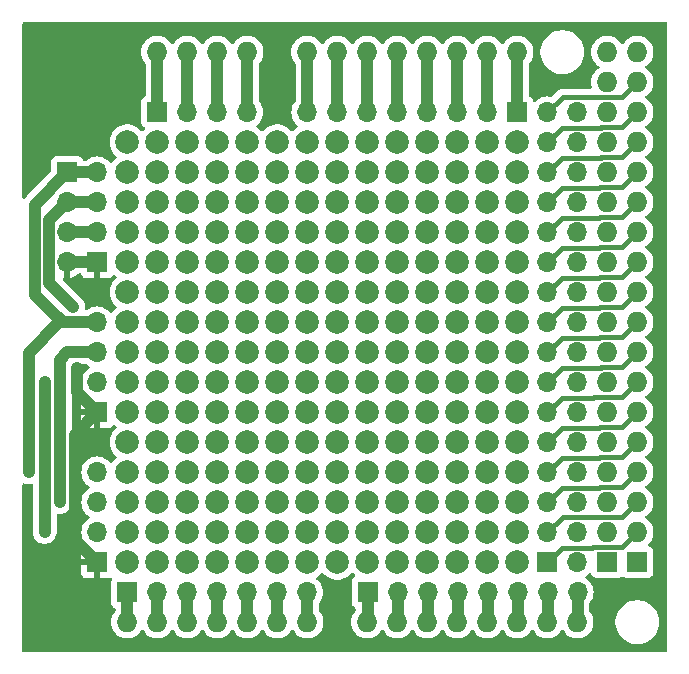
<source format=gbr>
%TF.GenerationSoftware,KiCad,Pcbnew,8.0.4*%
%TF.CreationDate,2025-02-28T20:51:30+01:00*%
%TF.ProjectId,Lochraster,4c6f6368-7261-4737-9465-722e6b696361,rev?*%
%TF.SameCoordinates,Original*%
%TF.FileFunction,Copper,L1,Top*%
%TF.FilePolarity,Positive*%
%FSLAX46Y46*%
G04 Gerber Fmt 4.6, Leading zero omitted, Abs format (unit mm)*
G04 Created by KiCad (PCBNEW 8.0.4) date 2025-02-28 20:51:30*
%MOMM*%
%LPD*%
G01*
G04 APERTURE LIST*
%TA.AperFunction,WasherPad*%
%ADD10C,2.000000*%
%TD*%
%TA.AperFunction,ComponentPad*%
%ADD11R,1.700000X1.700000*%
%TD*%
%TA.AperFunction,ComponentPad*%
%ADD12O,1.700000X1.700000*%
%TD*%
%TA.AperFunction,ComponentPad*%
%ADD13O,1.727200X1.727200*%
%TD*%
%TA.AperFunction,ComponentPad*%
%ADD14R,1.727200X1.727200*%
%TD*%
%TA.AperFunction,ViaPad*%
%ADD15C,0.800000*%
%TD*%
%TA.AperFunction,Conductor*%
%ADD16C,1.000000*%
%TD*%
%TA.AperFunction,Conductor*%
%ADD17C,0.400000*%
%TD*%
G04 APERTURE END LIST*
D10*
%TO.P,REF\u002A\u002A,*%
%TO.N,*%
X195773000Y-62080000D03*
X195773000Y-64620000D03*
X195773000Y-67160000D03*
X195773000Y-69700000D03*
X195773000Y-72240000D03*
X195773000Y-74780000D03*
X195773000Y-77320000D03*
X195773000Y-79860000D03*
X195773000Y-82400000D03*
X195773000Y-84940000D03*
X195773000Y-87480000D03*
X195773000Y-90020000D03*
X195773000Y-92560000D03*
X195773000Y-95100000D03*
X195773000Y-97640000D03*
%TD*%
D11*
%TO.P,J6,1,Pin_1*%
%TO.N,Net-(J6-Pin_1)*%
X167833000Y-59545000D03*
D12*
%TO.P,J6,2,Pin_2*%
%TO.N,Net-(J6-Pin_2)*%
X170373000Y-59545000D03*
%TO.P,J6,3,Pin_3*%
%TO.N,Net-(J6-Pin_3)*%
X172913000Y-59545000D03*
%TO.P,J6,4,Pin_4*%
%TO.N,Net-(J6-Pin_4)*%
X175453000Y-59545000D03*
%TD*%
D11*
%TO.P,J7,1,Pin_1*%
%TO.N,Net-(J7-Pin_1)*%
X198313000Y-59570000D03*
D12*
%TO.P,J7,2,Pin_2*%
%TO.N,Net-(J7-Pin_2)*%
X195773000Y-59570000D03*
%TO.P,J7,3,Pin_3*%
%TO.N,Net-(J7-Pin_3)*%
X193233000Y-59570000D03*
%TO.P,J7,4,Pin_4*%
%TO.N,Net-(J7-Pin_4)*%
X190693000Y-59570000D03*
%TO.P,J7,5,Pin_5*%
%TO.N,Net-(J7-Pin_5)*%
X188153000Y-59570000D03*
%TO.P,J7,6,Pin_6*%
%TO.N,Net-(J7-Pin_6)*%
X185613000Y-59570000D03*
%TO.P,J7,7,Pin_7*%
%TO.N,Net-(J7-Pin_7)*%
X183073000Y-59570000D03*
%TO.P,J7,8,Pin_8*%
%TO.N,Net-(J7-Pin_8)*%
X180533000Y-59570000D03*
%TD*%
D10*
%TO.P,REF\u002A\u002A,*%
%TO.N,*%
X172913000Y-62080000D03*
X172913000Y-64620000D03*
X172913000Y-67160000D03*
X172913000Y-69700000D03*
X172913000Y-72240000D03*
X172913000Y-74780000D03*
X172913000Y-77320000D03*
X172913000Y-79860000D03*
X172913000Y-82400000D03*
X172913000Y-84940000D03*
X172913000Y-87480000D03*
X172913000Y-90020000D03*
X172913000Y-92560000D03*
X172913000Y-95100000D03*
X172913000Y-97640000D03*
%TD*%
%TO.P,REF\u002A\u002A,*%
%TO.N,*%
X177993000Y-62080000D03*
X177993000Y-64620000D03*
X177993000Y-67160000D03*
X177993000Y-69700000D03*
X177993000Y-72240000D03*
X177993000Y-74780000D03*
X177993000Y-77320000D03*
X177993000Y-79860000D03*
X177993000Y-82400000D03*
X177993000Y-84940000D03*
X177993000Y-87480000D03*
X177993000Y-90020000D03*
X177993000Y-92560000D03*
X177993000Y-95100000D03*
X177993000Y-97640000D03*
%TD*%
%TO.P,REF\u002A\u002A,*%
%TO.N,*%
X167833000Y-62080000D03*
X167833000Y-64620000D03*
X167833000Y-67160000D03*
X167833000Y-69700000D03*
X167833000Y-72240000D03*
X167833000Y-74780000D03*
X167833000Y-77320000D03*
X167833000Y-79860000D03*
X167833000Y-82400000D03*
X167833000Y-84940000D03*
X167833000Y-87480000D03*
X167833000Y-90020000D03*
X167833000Y-92560000D03*
X167833000Y-95100000D03*
X167833000Y-97640000D03*
%TD*%
%TO.P,REF\u002A\u002A,*%
%TO.N,*%
X198313000Y-62080000D03*
X198313000Y-64620000D03*
X198313000Y-67160000D03*
X198313000Y-69700000D03*
X198313000Y-72240000D03*
X198313000Y-74780000D03*
X198313000Y-77320000D03*
X198313000Y-79860000D03*
X198313000Y-82400000D03*
X198313000Y-84940000D03*
X198313000Y-87480000D03*
X198313000Y-90020000D03*
X198313000Y-92560000D03*
X198313000Y-95100000D03*
X198313000Y-97640000D03*
%TD*%
D11*
%TO.P,J2,1,Pin_1*%
%TO.N,Net-(J2-Pin_1)*%
X200853000Y-97670000D03*
D12*
%TO.P,J2,2,Pin_2*%
%TO.N,Net-(J2-Pin_2)*%
X203393000Y-97670000D03*
%TO.P,J2,3,Pin_3*%
%TO.N,Net-(J2-Pin_3)*%
X200853000Y-95130000D03*
%TO.P,J2,4,Pin_4*%
%TO.N,Net-(J2-Pin_4)*%
X203393000Y-95130000D03*
%TO.P,J2,5,Pin_5*%
%TO.N,Net-(J2-Pin_5)*%
X200853000Y-92590000D03*
%TO.P,J2,6,Pin_6*%
%TO.N,Net-(J2-Pin_6)*%
X203393000Y-92590000D03*
%TO.P,J2,7,Pin_7*%
%TO.N,Net-(J2-Pin_7)*%
X200853000Y-90050000D03*
%TO.P,J2,8,Pin_8*%
%TO.N,Net-(J2-Pin_8)*%
X203393000Y-90050000D03*
%TO.P,J2,9,Pin_9*%
%TO.N,Net-(J2-Pin_9)*%
X200853000Y-87510000D03*
%TO.P,J2,10,Pin_10*%
%TO.N,Net-(J2-Pin_10)*%
X203393000Y-87510000D03*
%TO.P,J2,11,Pin_11*%
%TO.N,Net-(J2-Pin_11)*%
X200853000Y-84970000D03*
%TO.P,J2,12,Pin_12*%
%TO.N,Net-(J2-Pin_12)*%
X203393000Y-84970000D03*
%TO.P,J2,13,Pin_13*%
%TO.N,Net-(J2-Pin_13)*%
X200853000Y-82430000D03*
%TO.P,J2,14,Pin_14*%
%TO.N,Net-(J2-Pin_14)*%
X203393000Y-82430000D03*
%TO.P,J2,15,Pin_15*%
%TO.N,Net-(J2-Pin_15)*%
X200853000Y-79890000D03*
%TO.P,J2,16,Pin_16*%
%TO.N,Net-(J2-Pin_16)*%
X203393000Y-79890000D03*
%TO.P,J2,17,Pin_17*%
%TO.N,Net-(J2-Pin_17)*%
X200853000Y-77350000D03*
%TO.P,J2,18,Pin_18*%
%TO.N,Net-(J2-Pin_18)*%
X203393000Y-77350000D03*
%TO.P,J2,19,Pin_19*%
%TO.N,Net-(J2-Pin_19)*%
X200853000Y-74810000D03*
%TO.P,J2,20,Pin_20*%
%TO.N,Net-(J2-Pin_20)*%
X203393000Y-74810000D03*
%TO.P,J2,21,Pin_21*%
%TO.N,Net-(J2-Pin_21)*%
X200853000Y-72270000D03*
%TO.P,J2,22,Pin_22*%
%TO.N,Net-(J2-Pin_22)*%
X203393000Y-72270000D03*
%TO.P,J2,23,Pin_23*%
%TO.N,Net-(J2-Pin_23)*%
X200853000Y-69730000D03*
%TO.P,J2,24,Pin_24*%
%TO.N,Net-(J2-Pin_24)*%
X203393000Y-69730000D03*
%TO.P,J2,25,Pin_25*%
%TO.N,Net-(J2-Pin_25)*%
X200853000Y-67190000D03*
%TO.P,J2,26,Pin_26*%
%TO.N,Net-(J2-Pin_26)*%
X203393000Y-67190000D03*
%TO.P,J2,27,Pin_27*%
%TO.N,Net-(J2-Pin_27)*%
X200853000Y-64650000D03*
%TO.P,J2,28,Pin_28*%
%TO.N,Net-(J2-Pin_28)*%
X203393000Y-64650000D03*
%TO.P,J2,29,Pin_29*%
%TO.N,Net-(J2-Pin_29)*%
X200853000Y-62110000D03*
%TO.P,J2,30,Pin_30*%
%TO.N,Net-(J2-Pin_30)*%
X203393000Y-62110000D03*
%TO.P,J2,31,Pin_31*%
%TO.N,Net-(J2-Pin_31)*%
X200853000Y-59570000D03*
%TO.P,J2,32,Pin_32*%
%TO.N,Net-(J2-Pin_32)*%
X203393000Y-59570000D03*
%TD*%
D10*
%TO.P,REF\u002A\u002A,*%
%TO.N,*%
X193233000Y-62080000D03*
X193233000Y-64620000D03*
X193233000Y-67160000D03*
X193233000Y-69700000D03*
X193233000Y-72240000D03*
X193233000Y-74780000D03*
X193233000Y-77320000D03*
X193233000Y-79860000D03*
X193233000Y-82400000D03*
X193233000Y-84940000D03*
X193233000Y-87480000D03*
X193233000Y-90020000D03*
X193233000Y-92560000D03*
X193233000Y-95100000D03*
X193233000Y-97640000D03*
%TD*%
D11*
%TO.P,J8,1,Pin_1*%
%TO.N,Net-(J1-Pin_4)*%
X162753000Y-97670000D03*
D12*
%TO.P,J8,2,Pin_2*%
%TO.N,Net-(J1-Pin_3)*%
X162753000Y-95130000D03*
%TO.P,J8,3,Pin_3*%
%TO.N,Net-(J1-Pin_2)*%
X162753000Y-92590000D03*
%TO.P,J8,4,Pin_4*%
%TO.N,Net-(J1-Pin_1)*%
X162753000Y-90050000D03*
%TD*%
D11*
%TO.P,J5,1,Pin_1*%
%TO.N,Net-(J5-Pin_1)*%
X185628000Y-100185000D03*
D12*
%TO.P,J5,2,Pin_2*%
%TO.N,Net-(J5-Pin_2)*%
X188168000Y-100185000D03*
%TO.P,J5,3,Pin_3*%
%TO.N,Net-(J5-Pin_3)*%
X190708000Y-100185000D03*
%TO.P,J5,4,Pin_4*%
%TO.N,Net-(J5-Pin_4)*%
X193248000Y-100185000D03*
%TO.P,J5,5,Pin_5*%
%TO.N,Net-(J5-Pin_5)*%
X195788000Y-100185000D03*
%TO.P,J5,6,Pin_6*%
%TO.N,Net-(J5-Pin_6)*%
X198328000Y-100185000D03*
%TO.P,J5,7,Pin_7*%
%TO.N,Net-(J5-Pin_7)*%
X200868000Y-100185000D03*
%TO.P,J5,8,Pin_8*%
%TO.N,Net-(J5-Pin_8)*%
X203408000Y-100185000D03*
%TD*%
D10*
%TO.P,REF\u002A\u002A,*%
%TO.N,*%
X188153000Y-62080000D03*
X188153000Y-64620000D03*
X188153000Y-67160000D03*
X188153000Y-69700000D03*
X188153000Y-72240000D03*
X188153000Y-74780000D03*
X188153000Y-77320000D03*
X188153000Y-79860000D03*
X188153000Y-82400000D03*
X188153000Y-84940000D03*
X188153000Y-87480000D03*
X188153000Y-90020000D03*
X188153000Y-92560000D03*
X188153000Y-95100000D03*
X188153000Y-97640000D03*
%TD*%
%TO.P,REF\u002A\u002A,*%
%TO.N,*%
X165293000Y-62080000D03*
X165293000Y-64620000D03*
X165293000Y-67160000D03*
X165293000Y-69700000D03*
X165293000Y-72240000D03*
X165293000Y-74780000D03*
X165293000Y-77320000D03*
X165293000Y-79860000D03*
X165293000Y-82400000D03*
X165293000Y-84940000D03*
X165293000Y-87480000D03*
X165293000Y-90020000D03*
X165293000Y-92560000D03*
X165293000Y-95100000D03*
X165293000Y-97640000D03*
%TD*%
D11*
%TO.P,J4,1,Pin_1*%
%TO.N,Net-(J4-Pin_1)*%
X165293000Y-100210000D03*
D12*
%TO.P,J4,2,Pin_2*%
%TO.N,Net-(J4-Pin_2)*%
X167833000Y-100210000D03*
%TO.P,J4,3,Pin_3*%
%TO.N,Net-(J4-Pin_3)*%
X170373000Y-100210000D03*
%TO.P,J4,4,Pin_4*%
%TO.N,Net-(J4-Pin_4)*%
X172913000Y-100210000D03*
%TO.P,J4,5,Pin_5*%
%TO.N,Net-(J4-Pin_5)*%
X175453000Y-100210000D03*
%TO.P,J4,6,Pin_6*%
%TO.N,Net-(J4-Pin_6)*%
X177993000Y-100210000D03*
%TO.P,J4,7,Pin_7*%
%TO.N,Net-(J4-Pin_7)*%
X180533000Y-100210000D03*
%TD*%
D11*
%TO.P,J9,1,Pin_1*%
%TO.N,Net-(J1-Pin_4)*%
X162753000Y-84970000D03*
D12*
%TO.P,J9,2,Pin_2*%
%TO.N,Net-(J1-Pin_3)*%
X162753000Y-82430000D03*
%TO.P,J9,3,Pin_3*%
%TO.N,Net-(J1-Pin_2)*%
X162753000Y-79890000D03*
%TO.P,J9,4,Pin_4*%
%TO.N,Net-(J1-Pin_1)*%
X162753000Y-77350000D03*
%TD*%
D10*
%TO.P,REF\u002A\u002A,*%
%TO.N,*%
X190693000Y-62080000D03*
X190693000Y-64620000D03*
X190693000Y-67160000D03*
X190693000Y-69700000D03*
X190693000Y-72240000D03*
X190693000Y-74780000D03*
X190693000Y-77320000D03*
X190693000Y-79860000D03*
X190693000Y-82400000D03*
X190693000Y-84940000D03*
X190693000Y-87480000D03*
X190693000Y-90020000D03*
X190693000Y-92560000D03*
X190693000Y-95100000D03*
X190693000Y-97640000D03*
%TD*%
%TO.P,REF\u002A\u002A,*%
%TO.N,*%
X170373000Y-62080000D03*
X170373000Y-64620000D03*
X170373000Y-67160000D03*
X170373000Y-69700000D03*
X170373000Y-72240000D03*
X170373000Y-74780000D03*
X170373000Y-77320000D03*
X170373000Y-79860000D03*
X170373000Y-82400000D03*
X170373000Y-84940000D03*
X170373000Y-87480000D03*
X170373000Y-90020000D03*
X170373000Y-92560000D03*
X170373000Y-95100000D03*
X170373000Y-97640000D03*
%TD*%
D11*
%TO.P,J1,1,Pin_1*%
%TO.N,Net-(J1-Pin_1)*%
X160213000Y-64620000D03*
D12*
%TO.P,J1,2,Pin_2*%
%TO.N,Net-(J1-Pin_2)*%
X160213000Y-67160000D03*
%TO.P,J1,3,Pin_3*%
%TO.N,Net-(J1-Pin_3)*%
X160213000Y-69700000D03*
%TO.P,J1,4,Pin_4*%
%TO.N,Net-(J1-Pin_4)*%
X160213000Y-72240000D03*
%TD*%
D10*
%TO.P,REF\u002A\u002A,*%
%TO.N,*%
X185613000Y-62080000D03*
X185613000Y-64620000D03*
X185613000Y-67160000D03*
X185613000Y-69700000D03*
X185613000Y-72240000D03*
X185613000Y-74780000D03*
X185613000Y-77320000D03*
X185613000Y-79860000D03*
X185613000Y-82400000D03*
X185613000Y-84940000D03*
X185613000Y-87480000D03*
X185613000Y-90020000D03*
X185613000Y-92560000D03*
X185613000Y-95100000D03*
X185613000Y-97640000D03*
%TD*%
%TO.P,REF\u002A\u002A,*%
%TO.N,*%
X180533000Y-62080000D03*
X180533000Y-64620000D03*
X180533000Y-67160000D03*
X180533000Y-69700000D03*
X180533000Y-72240000D03*
X180533000Y-74780000D03*
X180533000Y-77320000D03*
X180533000Y-79860000D03*
X180533000Y-82400000D03*
X180533000Y-84940000D03*
X180533000Y-87480000D03*
X180533000Y-90020000D03*
X180533000Y-92560000D03*
X180533000Y-95100000D03*
X180533000Y-97640000D03*
%TD*%
D11*
%TO.P,J3,1,Pin_1*%
%TO.N,Net-(J1-Pin_4)*%
X162753000Y-72270000D03*
D12*
%TO.P,J3,2,Pin_2*%
%TO.N,Net-(J1-Pin_3)*%
X162753000Y-69730000D03*
%TO.P,J3,3,Pin_3*%
%TO.N,Net-(J1-Pin_2)*%
X162753000Y-67190000D03*
%TO.P,J3,4,Pin_4*%
%TO.N,Net-(J1-Pin_1)*%
X162753000Y-64650000D03*
%TD*%
D13*
%TO.P,XA1,5V3,5V*%
%TO.N,unconnected-(XA1-5V-Pad5V3)*%
X205933000Y-54460000D03*
%TO.P,XA1,5V4,5V*%
%TO.N,unconnected-(XA1-5V-Pad5V4)*%
X208473000Y-54460000D03*
%TO.P,XA1,A1,A1*%
%TO.N,Net-(J4-Pin_1)*%
X165293000Y-102720000D03*
%TO.P,XA1,A2,A2*%
%TO.N,Net-(J4-Pin_2)*%
X167833000Y-102720000D03*
%TO.P,XA1,A3,A3*%
%TO.N,Net-(J4-Pin_3)*%
X170373000Y-102720000D03*
%TO.P,XA1,A4,A4*%
%TO.N,Net-(J4-Pin_4)*%
X172913000Y-102720000D03*
%TO.P,XA1,A5,A5*%
%TO.N,Net-(J4-Pin_5)*%
X175453000Y-102720000D03*
%TO.P,XA1,A6,A6*%
%TO.N,Net-(J4-Pin_6)*%
X177993000Y-102720000D03*
%TO.P,XA1,A7,A7*%
%TO.N,Net-(J4-Pin_7)*%
X180533000Y-102720000D03*
%TO.P,XA1,A8,A8*%
%TO.N,Net-(J5-Pin_1)*%
X185613000Y-102720000D03*
%TO.P,XA1,A9,A9*%
%TO.N,Net-(J5-Pin_2)*%
X188153000Y-102720000D03*
%TO.P,XA1,A10,A10*%
%TO.N,Net-(J5-Pin_3)*%
X190693000Y-102720000D03*
%TO.P,XA1,A11,A11*%
%TO.N,Net-(J5-Pin_4)*%
X193233000Y-102720000D03*
%TO.P,XA1,A12,A12*%
%TO.N,Net-(J5-Pin_5)*%
X195773000Y-102720000D03*
%TO.P,XA1,A13,A13*%
%TO.N,Net-(J5-Pin_6)*%
X198313000Y-102720000D03*
%TO.P,XA1,A14,A14*%
%TO.N,Net-(J5-Pin_7)*%
X200853000Y-102720000D03*
%TO.P,XA1,A15,A15*%
%TO.N,Net-(J5-Pin_8)*%
X203393000Y-102720000D03*
%TO.P,XA1,D0,D0/RX0*%
%TO.N,Net-(J6-Pin_4)*%
X175453000Y-54460000D03*
%TO.P,XA1,D1,D1/TX0*%
%TO.N,Net-(J6-Pin_3)*%
X172913000Y-54460000D03*
%TO.P,XA1,D2,D2_INT0*%
%TO.N,Net-(J6-Pin_2)*%
X170373000Y-54460000D03*
%TO.P,XA1,D3,D3_INT1*%
%TO.N,Net-(J6-Pin_1)*%
X167833000Y-54460000D03*
%TO.P,XA1,D14,D14/TX3*%
%TO.N,Net-(J7-Pin_8)*%
X180533000Y-54460000D03*
%TO.P,XA1,D15,D15/RX3*%
%TO.N,Net-(J7-Pin_7)*%
X183073000Y-54460000D03*
%TO.P,XA1,D16,D16/TX2*%
%TO.N,Net-(J7-Pin_6)*%
X185613000Y-54460000D03*
%TO.P,XA1,D17,D17/RX2*%
%TO.N,Net-(J7-Pin_5)*%
X188153000Y-54460000D03*
%TO.P,XA1,D18,D18/TX1*%
%TO.N,Net-(J7-Pin_4)*%
X190693000Y-54460000D03*
%TO.P,XA1,D19,D19/RX1*%
%TO.N,Net-(J7-Pin_3)*%
X193233000Y-54460000D03*
%TO.P,XA1,D20,D20/SDA*%
%TO.N,Net-(J7-Pin_2)*%
X195773000Y-54460000D03*
%TO.P,XA1,D21,D21/SCL*%
%TO.N,Net-(J7-Pin_1)*%
X198313000Y-54460000D03*
%TO.P,XA1,D22,D22*%
%TO.N,Net-(J2-Pin_32)*%
X205933000Y-57000000D03*
%TO.P,XA1,D23,D23*%
%TO.N,Net-(J2-Pin_31)*%
X208473000Y-57000000D03*
%TO.P,XA1,D24,D24*%
%TO.N,Net-(J2-Pin_30)*%
X205933000Y-59540000D03*
%TO.P,XA1,D25,D25*%
%TO.N,Net-(J2-Pin_29)*%
X208473000Y-59540000D03*
%TO.P,XA1,D26,D26*%
%TO.N,Net-(J2-Pin_28)*%
X205933000Y-62080000D03*
%TO.P,XA1,D27,D27*%
%TO.N,Net-(J2-Pin_27)*%
X208473000Y-62080000D03*
%TO.P,XA1,D28,D28*%
%TO.N,Net-(J2-Pin_26)*%
X205933000Y-64620000D03*
%TO.P,XA1,D29,D29*%
%TO.N,Net-(J2-Pin_25)*%
X208473000Y-64620000D03*
%TO.P,XA1,D30,D30*%
%TO.N,Net-(J2-Pin_24)*%
X205933000Y-67160000D03*
%TO.P,XA1,D31,D31*%
%TO.N,Net-(J2-Pin_23)*%
X208473000Y-67160000D03*
%TO.P,XA1,D32,D32*%
%TO.N,Net-(J2-Pin_22)*%
X205933000Y-69700000D03*
%TO.P,XA1,D33,D33*%
%TO.N,Net-(J2-Pin_21)*%
X208473000Y-69700000D03*
%TO.P,XA1,D34,D34*%
%TO.N,Net-(J2-Pin_20)*%
X205933000Y-72240000D03*
%TO.P,XA1,D35,D35*%
%TO.N,Net-(J2-Pin_19)*%
X208473000Y-72240000D03*
%TO.P,XA1,D36,D36*%
%TO.N,Net-(J2-Pin_18)*%
X205933000Y-74780000D03*
%TO.P,XA1,D37,D37*%
%TO.N,Net-(J2-Pin_17)*%
X208473000Y-74780000D03*
%TO.P,XA1,D38,D38*%
%TO.N,Net-(J2-Pin_16)*%
X205933000Y-77320000D03*
%TO.P,XA1,D39,D39*%
%TO.N,Net-(J2-Pin_15)*%
X208473000Y-77320000D03*
%TO.P,XA1,D40,D40*%
%TO.N,Net-(J2-Pin_14)*%
X205933000Y-79860000D03*
%TO.P,XA1,D41,D41*%
%TO.N,Net-(J2-Pin_13)*%
X208473000Y-79860000D03*
%TO.P,XA1,D42,D42*%
%TO.N,Net-(J2-Pin_12)*%
X205933000Y-82400000D03*
%TO.P,XA1,D43,D43*%
%TO.N,Net-(J2-Pin_11)*%
X208473000Y-82400000D03*
%TO.P,XA1,D44,D44*%
%TO.N,Net-(J2-Pin_10)*%
X205933000Y-84940000D03*
%TO.P,XA1,D45,D45*%
%TO.N,Net-(J2-Pin_9)*%
X208473000Y-84940000D03*
%TO.P,XA1,D46,D46*%
%TO.N,Net-(J2-Pin_8)*%
X205933000Y-87480000D03*
%TO.P,XA1,D47,D47*%
%TO.N,Net-(J2-Pin_7)*%
X208473000Y-87480000D03*
%TO.P,XA1,D48,D48*%
%TO.N,Net-(J2-Pin_6)*%
X205933000Y-90020000D03*
%TO.P,XA1,D49,D49*%
%TO.N,Net-(J2-Pin_5)*%
X208473000Y-90020000D03*
%TO.P,XA1,D50,D50_MISO*%
%TO.N,Net-(J2-Pin_4)*%
X205933000Y-92560000D03*
%TO.P,XA1,D51,D51_MOSI*%
%TO.N,Net-(J2-Pin_3)*%
X208473000Y-92560000D03*
%TO.P,XA1,D52,D52_SCK*%
%TO.N,Net-(J2-Pin_2)*%
X205933000Y-95100000D03*
%TO.P,XA1,D53,D53_CS*%
%TO.N,Net-(J2-Pin_1)*%
X208473000Y-95100000D03*
D14*
%TO.P,XA1,GND5,GND*%
%TO.N,unconnected-(XA1-GND-PadGND5)*%
X205933000Y-97640000D03*
%TO.P,XA1,GND6,GND*%
%TO.N,unconnected-(XA1-GND-PadGND6)*%
X208473000Y-97640000D03*
%TD*%
D10*
%TO.P,REF\u002A\u002A,*%
%TO.N,*%
X175453000Y-62080000D03*
X175453000Y-64620000D03*
X175453000Y-67160000D03*
X175453000Y-69700000D03*
X175453000Y-72240000D03*
X175453000Y-74780000D03*
X175453000Y-77320000D03*
X175453000Y-79860000D03*
X175453000Y-82400000D03*
X175453000Y-84940000D03*
X175453000Y-87480000D03*
X175453000Y-90020000D03*
X175453000Y-92560000D03*
X175453000Y-95100000D03*
X175453000Y-97640000D03*
%TD*%
%TO.P,REF\u002A\u002A,*%
%TO.N,*%
X183073000Y-62080000D03*
X183073000Y-64620000D03*
X183073000Y-67160000D03*
X183073000Y-69700000D03*
X183073000Y-72240000D03*
X183073000Y-74780000D03*
X183073000Y-77320000D03*
X183073000Y-79860000D03*
X183073000Y-82400000D03*
X183073000Y-84940000D03*
X183073000Y-87480000D03*
X183073000Y-90020000D03*
X183073000Y-92560000D03*
X183073000Y-95100000D03*
X183073000Y-97640000D03*
%TD*%
D15*
%TO.N,Net-(J1-Pin_1)*%
X156933000Y-90050000D03*
%TO.N,Net-(J1-Pin_2)*%
X159578000Y-92560000D03*
X160707001Y-76050000D03*
%TO.N,Net-(J1-Pin_3)*%
X158308000Y-95100000D03*
X158307502Y-82400000D03*
%TO.N,Net-(J1-Pin_4)*%
X157927000Y-63096000D03*
X160990676Y-81200500D03*
%TD*%
D16*
%TO.N,Net-(J1-Pin_1)*%
X162753000Y-64650000D02*
X160243000Y-64650000D01*
X159548000Y-77350000D02*
X159816650Y-77350000D01*
X160243000Y-64650000D02*
X160213000Y-64620000D01*
X157463499Y-67369501D02*
X157463499Y-74996849D01*
X157463499Y-74996849D02*
X158729825Y-76263175D01*
X160213000Y-64620000D02*
X157463499Y-67369501D01*
X159816650Y-77350000D02*
X162753000Y-77350000D01*
X158729825Y-76263175D02*
X159816650Y-77350000D01*
X156933000Y-90050000D02*
X156933000Y-79965000D01*
X156933000Y-79965000D02*
X159548000Y-77350000D01*
%TO.N,Net-(J1-Pin_2)*%
X160183000Y-79890000D02*
X159578000Y-80495000D01*
X159578000Y-80495000D02*
X159578000Y-92560000D01*
X160213000Y-67160000D02*
X158663000Y-68710000D01*
X158663000Y-74005999D02*
X160707001Y-76050000D01*
X160213000Y-67160000D02*
X162723000Y-67160000D01*
X162753000Y-79890000D02*
X160183000Y-79890000D01*
X158663000Y-68710000D02*
X158663000Y-74005999D01*
X162723000Y-67160000D02*
X162753000Y-67190000D01*
%TO.N,Net-(J1-Pin_3)*%
X162723000Y-69700000D02*
X162753000Y-69730000D01*
X160213000Y-69700000D02*
X162723000Y-69700000D01*
X158307502Y-95099502D02*
X158307502Y-82400000D01*
X158308000Y-95100000D02*
X158307502Y-95099502D01*
%TO.N,Net-(J1-Pin_4)*%
X162723000Y-72240000D02*
X162753000Y-72270000D01*
X160990676Y-83207676D02*
X160990676Y-81200500D01*
X162753000Y-84970000D02*
X160848000Y-86875000D01*
X160213000Y-72240000D02*
X162723000Y-72240000D01*
X162753000Y-84970000D02*
X160990676Y-83207676D01*
X160848000Y-95765000D02*
X162753000Y-97670000D01*
X160848000Y-86875000D02*
X160848000Y-95765000D01*
D17*
%TO.N,Net-(J2-Pin_1)*%
X204725800Y-96363600D02*
X207209400Y-96363600D01*
X202103000Y-96420000D02*
X204669400Y-96420000D01*
X200853000Y-97670000D02*
X202103000Y-96420000D01*
X204669400Y-96420000D02*
X204725800Y-96363600D01*
X207209400Y-96363600D02*
X208473000Y-95100000D01*
%TO.N,Net-(J2-Pin_3)*%
X207209400Y-93823600D02*
X208473000Y-92560000D01*
X204653001Y-93840000D02*
X204669401Y-93823600D01*
X204669401Y-93823600D02*
X207209400Y-93823600D01*
X200853000Y-95130000D02*
X202143000Y-93840000D01*
X202143000Y-93840000D02*
X204653001Y-93840000D01*
%TO.N,Net-(J2-Pin_5)*%
X207209400Y-91283600D02*
X208473000Y-90020000D01*
X200853000Y-92590000D02*
X202103000Y-91340000D01*
X205304400Y-91283600D02*
X207209400Y-91283600D01*
X202103000Y-91340000D02*
X205248000Y-91340000D01*
X205248000Y-91340000D02*
X205304400Y-91283600D01*
%TO.N,Net-(J2-Pin_7)*%
X205298000Y-88750000D02*
X207203000Y-88750000D01*
X200853000Y-90050000D02*
X202103000Y-88800000D01*
X207203000Y-88750000D02*
X208473000Y-87480000D01*
X205248000Y-88800000D02*
X205298000Y-88750000D01*
X202103000Y-88800000D02*
X205248000Y-88800000D01*
%TO.N,Net-(J2-Pin_9)*%
X205304400Y-86203600D02*
X207209400Y-86203600D01*
X207209400Y-86203600D02*
X208473000Y-84940000D01*
X200853000Y-87510000D02*
X202103000Y-86260000D01*
X202103000Y-86260000D02*
X205248000Y-86260000D01*
X205248000Y-86260000D02*
X205304400Y-86203600D01*
%TO.N,Net-(J2-Pin_11)*%
X204713001Y-83720000D02*
X204763001Y-83670000D01*
X204763001Y-83670000D02*
X207203000Y-83670000D01*
X207203000Y-83670000D02*
X208473000Y-82400000D01*
X200853000Y-84970000D02*
X202103000Y-83720000D01*
X202103000Y-83720000D02*
X204713001Y-83720000D01*
%TO.N,Net-(J2-Pin_13)*%
X200853000Y-82430000D02*
X202103000Y-81180000D01*
X202103000Y-81180000D02*
X205365999Y-81180000D01*
X207203000Y-81130000D02*
X208473000Y-79860000D01*
X205365999Y-81180000D02*
X205415999Y-81130000D01*
X205415999Y-81130000D02*
X207203000Y-81130000D01*
%TO.N,Net-(J2-Pin_15)*%
X205248000Y-78640000D02*
X205304400Y-78583600D01*
X205304400Y-78583600D02*
X207209400Y-78583600D01*
X200853000Y-79890000D02*
X202103000Y-78640000D01*
X207209400Y-78583600D02*
X208473000Y-77320000D01*
X202103000Y-78640000D02*
X205248000Y-78640000D01*
%TO.N,Net-(J2-Pin_17)*%
X207209400Y-76043600D02*
X208473000Y-74780000D01*
X200853000Y-77350000D02*
X202103000Y-76100000D01*
X205304400Y-76043600D02*
X207209400Y-76043600D01*
X202103000Y-76100000D02*
X205248000Y-76100000D01*
X205248000Y-76100000D02*
X205304400Y-76043600D01*
%TO.N,Net-(J2-Pin_19)*%
X205248000Y-73560000D02*
X205304400Y-73503600D01*
X200853000Y-74810000D02*
X202103000Y-73560000D01*
X202103000Y-73560000D02*
X205248000Y-73560000D01*
X205304400Y-73503600D02*
X207209400Y-73503600D01*
X207209400Y-73503600D02*
X208473000Y-72240000D01*
%TO.N,Net-(J2-Pin_21)*%
X200853000Y-72270000D02*
X202103000Y-71020000D01*
X207209400Y-70963600D02*
X208473000Y-69700000D01*
X205248000Y-71020000D02*
X205304400Y-70963600D01*
X202103000Y-71020000D02*
X205248000Y-71020000D01*
X205304400Y-70963600D02*
X207209400Y-70963600D01*
%TO.N,Net-(J2-Pin_23)*%
X205248000Y-68480000D02*
X205298000Y-68430000D01*
X200853000Y-69730000D02*
X202103000Y-68480000D01*
X205298000Y-68430000D02*
X207203000Y-68430000D01*
X202103000Y-68480000D02*
X205248000Y-68480000D01*
X207203000Y-68430000D02*
X208473000Y-67160000D01*
%TO.N,Net-(J2-Pin_25)*%
X200853000Y-67190000D02*
X202103000Y-65940000D01*
X205248000Y-65940000D02*
X205304400Y-65883600D01*
X207209400Y-65883600D02*
X208473000Y-64620000D01*
X202103000Y-65940000D02*
X205248000Y-65940000D01*
X205304400Y-65883600D02*
X207209400Y-65883600D01*
%TO.N,Net-(J2-Pin_27)*%
X207203000Y-63350000D02*
X208473000Y-62080000D01*
X205365999Y-63400000D02*
X205415999Y-63350000D01*
X202103000Y-63400000D02*
X205365999Y-63400000D01*
X205415999Y-63350000D02*
X207203000Y-63350000D01*
X200853000Y-64650000D02*
X202103000Y-63400000D01*
%TO.N,Net-(J2-Pin_29)*%
X205415999Y-60810000D02*
X207203000Y-60810000D01*
X207203000Y-60810000D02*
X208473000Y-59540000D01*
X200853000Y-62110000D02*
X202103000Y-60860000D01*
X202103000Y-60860000D02*
X205365999Y-60860000D01*
X205365999Y-60860000D02*
X205415999Y-60810000D01*
%TO.N,Net-(J2-Pin_31)*%
X207203000Y-58270000D02*
X208473000Y-57000000D01*
X200853000Y-59570000D02*
X202153000Y-58270000D01*
X202153000Y-58270000D02*
X207203000Y-58270000D01*
D16*
%TO.N,Net-(J4-Pin_1)*%
X165293000Y-100210000D02*
X165293000Y-102720000D01*
%TO.N,Net-(J4-Pin_2)*%
X167833000Y-100210000D02*
X167833000Y-102720000D01*
%TO.N,Net-(J4-Pin_3)*%
X170373000Y-100210000D02*
X170373000Y-102720000D01*
%TO.N,Net-(J4-Pin_4)*%
X172913000Y-100210000D02*
X172913000Y-102720000D01*
%TO.N,Net-(J4-Pin_5)*%
X175453000Y-100210000D02*
X175453000Y-102720000D01*
%TO.N,Net-(J4-Pin_6)*%
X177993000Y-100210000D02*
X177993000Y-102720000D01*
%TO.N,Net-(J4-Pin_7)*%
X180533000Y-100210000D02*
X180533000Y-102720000D01*
%TO.N,Net-(J5-Pin_1)*%
X185628000Y-100185000D02*
X185628000Y-102705000D01*
X185628000Y-102705000D02*
X185613000Y-102720000D01*
%TO.N,Net-(J5-Pin_2)*%
X188168000Y-100185000D02*
X188168000Y-102705000D01*
X188168000Y-102705000D02*
X188153000Y-102720000D01*
%TO.N,Net-(J5-Pin_3)*%
X190708000Y-100185000D02*
X190708000Y-102705000D01*
X190708000Y-102705000D02*
X190693000Y-102720000D01*
%TO.N,Net-(J5-Pin_4)*%
X193248000Y-102705000D02*
X193233000Y-102720000D01*
X193248000Y-100185000D02*
X193248000Y-102705000D01*
%TO.N,Net-(J5-Pin_5)*%
X195788000Y-100185000D02*
X195788000Y-102705000D01*
X195788000Y-102705000D02*
X195773000Y-102720000D01*
%TO.N,Net-(J5-Pin_6)*%
X198328000Y-100185000D02*
X198328000Y-102705000D01*
X198328000Y-102705000D02*
X198313000Y-102720000D01*
%TO.N,Net-(J5-Pin_7)*%
X200868000Y-102705000D02*
X200853000Y-102720000D01*
X200868000Y-100185000D02*
X200868000Y-102705000D01*
%TO.N,Net-(J5-Pin_8)*%
X203408000Y-102705000D02*
X203393000Y-102720000D01*
X203408000Y-100185000D02*
X203408000Y-102705000D01*
%TO.N,Net-(J6-Pin_1)*%
X167833000Y-59545000D02*
X167833000Y-54460000D01*
%TO.N,Net-(J6-Pin_2)*%
X170373000Y-59545000D02*
X170373000Y-54460000D01*
%TO.N,Net-(J6-Pin_3)*%
X172913000Y-59545000D02*
X172913000Y-54460000D01*
%TO.N,Net-(J6-Pin_4)*%
X175453000Y-59545000D02*
X175453000Y-54460000D01*
%TO.N,Net-(J7-Pin_1)*%
X198313000Y-54460000D02*
X198313000Y-59570000D01*
%TO.N,Net-(J7-Pin_2)*%
X195773000Y-54460000D02*
X195773000Y-59570000D01*
%TO.N,Net-(J7-Pin_3)*%
X193233000Y-54460000D02*
X193233000Y-59570000D01*
%TO.N,Net-(J7-Pin_4)*%
X190693000Y-54460000D02*
X190693000Y-59570000D01*
%TO.N,Net-(J7-Pin_5)*%
X188153000Y-54460000D02*
X188153000Y-59570000D01*
%TO.N,Net-(J7-Pin_6)*%
X185613000Y-54460000D02*
X185613000Y-59570000D01*
%TO.N,Net-(J7-Pin_7)*%
X183073000Y-54460000D02*
X183073000Y-59570000D01*
%TO.N,Net-(J7-Pin_8)*%
X180533000Y-54460000D02*
X180533000Y-59570000D01*
%TD*%
%TA.AperFunction,Conductor*%
%TO.N,Net-(J1-Pin_4)*%
G36*
X210956039Y-51939685D02*
G01*
X211001794Y-51992489D01*
X211013000Y-52044000D01*
X211013000Y-105136000D01*
X210993315Y-105203039D01*
X210940511Y-105248794D01*
X210889000Y-105260000D01*
X156527000Y-105260000D01*
X156459961Y-105240315D01*
X156414206Y-105187511D01*
X156403000Y-105136000D01*
X156403000Y-91098979D01*
X156422685Y-91031940D01*
X156475489Y-90986185D01*
X156544647Y-90976241D01*
X156574452Y-90984418D01*
X156578718Y-90986185D01*
X156641165Y-91012051D01*
X156641169Y-91012051D01*
X156641170Y-91012052D01*
X156834456Y-91050500D01*
X156834459Y-91050500D01*
X157031543Y-91050500D01*
X157124847Y-91031940D01*
X157158811Y-91025184D01*
X157228401Y-91031411D01*
X157283579Y-91074273D01*
X157306824Y-91140163D01*
X157307002Y-91146801D01*
X157307002Y-95198045D01*
X157321091Y-95268872D01*
X157321091Y-95268873D01*
X157345449Y-95391330D01*
X157345451Y-95391338D01*
X157360608Y-95427930D01*
X157360608Y-95427931D01*
X157420866Y-95573409D01*
X157420873Y-95573422D01*
X157530361Y-95737282D01*
X157530362Y-95737283D01*
X157530363Y-95737284D01*
X157600909Y-95807830D01*
X157670215Y-95877136D01*
X157670218Y-95877139D01*
X157670219Y-95877140D01*
X157834084Y-95986630D01*
X157834085Y-95986630D01*
X157834086Y-95986631D01*
X158016164Y-96062051D01*
X158209455Y-96100499D01*
X158209458Y-96100500D01*
X158209460Y-96100500D01*
X158406542Y-96100500D01*
X158406543Y-96100499D01*
X158599835Y-96062051D01*
X158781914Y-95986631D01*
X158945781Y-95877139D01*
X159085139Y-95737781D01*
X159194631Y-95573914D01*
X159270051Y-95391835D01*
X159308500Y-95198540D01*
X159308500Y-95001460D01*
X159308500Y-95000448D01*
X159308002Y-94990312D01*
X159308002Y-93677489D01*
X159327687Y-93610450D01*
X159380491Y-93564695D01*
X159449649Y-93554751D01*
X159456175Y-93555868D01*
X159479459Y-93560500D01*
X159676543Y-93560500D01*
X159806582Y-93534632D01*
X159869835Y-93522051D01*
X160051914Y-93446632D01*
X160215782Y-93337139D01*
X160355139Y-93197782D01*
X160464632Y-93033914D01*
X160540051Y-92851835D01*
X160578500Y-92658541D01*
X160578500Y-81014500D01*
X160598185Y-80947461D01*
X160650989Y-80901706D01*
X160702500Y-80890500D01*
X161792242Y-80890500D01*
X161859281Y-80910185D01*
X161879923Y-80926819D01*
X161881597Y-80928493D01*
X161881603Y-80928498D01*
X162067158Y-81058425D01*
X162110783Y-81113002D01*
X162117977Y-81182500D01*
X162086454Y-81244855D01*
X162067158Y-81261575D01*
X161881597Y-81391505D01*
X161714505Y-81558597D01*
X161578965Y-81752169D01*
X161578964Y-81752171D01*
X161479098Y-81966335D01*
X161479094Y-81966344D01*
X161417938Y-82194586D01*
X161417936Y-82194596D01*
X161397341Y-82429999D01*
X161397341Y-82430000D01*
X161417936Y-82665403D01*
X161417938Y-82665413D01*
X161479094Y-82893655D01*
X161479096Y-82893659D01*
X161479097Y-82893663D01*
X161552682Y-83051466D01*
X161578965Y-83107830D01*
X161578967Y-83107834D01*
X161687281Y-83262521D01*
X161714501Y-83301396D01*
X161714506Y-83301402D01*
X161836818Y-83423714D01*
X161870303Y-83485037D01*
X161865319Y-83554729D01*
X161823447Y-83610662D01*
X161792471Y-83627577D01*
X161660912Y-83676646D01*
X161660906Y-83676649D01*
X161545812Y-83762809D01*
X161545809Y-83762812D01*
X161459649Y-83877906D01*
X161459645Y-83877913D01*
X161409403Y-84012620D01*
X161409401Y-84012627D01*
X161403000Y-84072155D01*
X161403000Y-84720000D01*
X162319988Y-84720000D01*
X162287075Y-84777007D01*
X162253000Y-84904174D01*
X162253000Y-85035826D01*
X162287075Y-85162993D01*
X162319988Y-85220000D01*
X161403000Y-85220000D01*
X161403000Y-85867844D01*
X161409401Y-85927372D01*
X161409403Y-85927379D01*
X161459645Y-86062086D01*
X161459649Y-86062093D01*
X161545809Y-86177187D01*
X161545812Y-86177190D01*
X161660906Y-86263350D01*
X161660913Y-86263354D01*
X161795620Y-86313596D01*
X161795627Y-86313598D01*
X161855155Y-86319999D01*
X161855172Y-86320000D01*
X162503000Y-86320000D01*
X162503000Y-85403012D01*
X162560007Y-85435925D01*
X162687174Y-85470000D01*
X162818826Y-85470000D01*
X162945993Y-85435925D01*
X163003000Y-85403012D01*
X163003000Y-86320000D01*
X163650828Y-86320000D01*
X163650844Y-86319999D01*
X163710372Y-86313598D01*
X163710379Y-86313596D01*
X163845086Y-86263354D01*
X163845093Y-86263350D01*
X163960187Y-86177190D01*
X163960190Y-86177187D01*
X164046350Y-86062093D01*
X164050604Y-86054304D01*
X164052699Y-86055448D01*
X164086841Y-86009819D01*
X164152300Y-85985387D01*
X164220576Y-86000223D01*
X164252401Y-86025084D01*
X164273256Y-86047738D01*
X164356008Y-86112147D01*
X164396821Y-86168857D01*
X164400496Y-86238630D01*
X164365864Y-86299313D01*
X164356014Y-86307848D01*
X164312683Y-86341575D01*
X164273257Y-86372261D01*
X164104833Y-86555217D01*
X163968826Y-86763393D01*
X163868936Y-86991118D01*
X163807892Y-87232175D01*
X163807890Y-87232187D01*
X163787357Y-87479994D01*
X163787357Y-87480005D01*
X163807890Y-87727812D01*
X163807892Y-87727824D01*
X163868936Y-87968881D01*
X163968826Y-88196606D01*
X164104833Y-88404782D01*
X164104836Y-88404785D01*
X164273256Y-88587738D01*
X164356008Y-88652147D01*
X164396821Y-88708857D01*
X164400496Y-88778630D01*
X164365864Y-88839313D01*
X164356014Y-88847848D01*
X164319888Y-88875967D01*
X164273257Y-88912261D01*
X164104832Y-89095219D01*
X164025659Y-89216402D01*
X163972513Y-89261759D01*
X163903281Y-89271182D01*
X163839946Y-89241680D01*
X163820277Y-89219704D01*
X163791495Y-89178599D01*
X163791493Y-89178597D01*
X163791492Y-89178595D01*
X163624402Y-89011506D01*
X163624395Y-89011501D01*
X163430834Y-88875967D01*
X163430830Y-88875965D01*
X163430828Y-88875964D01*
X163216663Y-88776097D01*
X163216659Y-88776096D01*
X163216655Y-88776094D01*
X162988413Y-88714938D01*
X162988403Y-88714936D01*
X162753001Y-88694341D01*
X162752999Y-88694341D01*
X162517596Y-88714936D01*
X162517586Y-88714938D01*
X162289344Y-88776094D01*
X162289335Y-88776098D01*
X162075171Y-88875964D01*
X162075169Y-88875965D01*
X161881597Y-89011505D01*
X161714505Y-89178597D01*
X161578965Y-89372169D01*
X161578964Y-89372171D01*
X161479098Y-89586335D01*
X161479094Y-89586344D01*
X161417938Y-89814586D01*
X161417936Y-89814596D01*
X161397341Y-90049999D01*
X161397341Y-90050000D01*
X161417936Y-90285403D01*
X161417938Y-90285413D01*
X161479094Y-90513655D01*
X161479096Y-90513659D01*
X161479097Y-90513663D01*
X161552682Y-90671466D01*
X161578965Y-90727830D01*
X161578967Y-90727834D01*
X161687281Y-90882521D01*
X161714501Y-90921396D01*
X161714506Y-90921402D01*
X161881597Y-91088493D01*
X161881603Y-91088498D01*
X162067158Y-91218425D01*
X162110783Y-91273002D01*
X162117977Y-91342500D01*
X162086454Y-91404855D01*
X162067158Y-91421575D01*
X161881597Y-91551505D01*
X161714505Y-91718597D01*
X161578965Y-91912169D01*
X161578964Y-91912171D01*
X161479098Y-92126335D01*
X161479094Y-92126344D01*
X161417938Y-92354586D01*
X161417936Y-92354596D01*
X161397341Y-92589999D01*
X161397341Y-92590000D01*
X161417936Y-92825403D01*
X161417938Y-92825413D01*
X161479094Y-93053655D01*
X161479096Y-93053659D01*
X161479097Y-93053663D01*
X161552682Y-93211466D01*
X161578965Y-93267830D01*
X161578967Y-93267834D01*
X161687281Y-93422521D01*
X161714501Y-93461396D01*
X161714506Y-93461402D01*
X161881597Y-93628493D01*
X161881603Y-93628498D01*
X162067158Y-93758425D01*
X162110783Y-93813002D01*
X162117977Y-93882500D01*
X162086454Y-93944855D01*
X162067158Y-93961575D01*
X161881597Y-94091505D01*
X161714505Y-94258597D01*
X161578965Y-94452169D01*
X161578964Y-94452171D01*
X161479098Y-94666335D01*
X161479094Y-94666344D01*
X161417938Y-94894586D01*
X161417936Y-94894596D01*
X161397341Y-95129999D01*
X161397341Y-95130000D01*
X161417936Y-95365403D01*
X161417938Y-95365413D01*
X161479094Y-95593655D01*
X161479096Y-95593659D01*
X161479097Y-95593663D01*
X161578965Y-95807830D01*
X161714501Y-96001396D01*
X161714506Y-96001402D01*
X161836818Y-96123714D01*
X161870303Y-96185037D01*
X161865319Y-96254729D01*
X161823447Y-96310662D01*
X161792471Y-96327577D01*
X161660912Y-96376646D01*
X161660906Y-96376649D01*
X161545812Y-96462809D01*
X161545809Y-96462812D01*
X161459649Y-96577906D01*
X161459645Y-96577913D01*
X161409403Y-96712620D01*
X161409401Y-96712627D01*
X161403000Y-96772155D01*
X161403000Y-97420000D01*
X162319988Y-97420000D01*
X162287075Y-97477007D01*
X162253000Y-97604174D01*
X162253000Y-97735826D01*
X162287075Y-97862993D01*
X162319988Y-97920000D01*
X161403000Y-97920000D01*
X161403000Y-98567844D01*
X161409401Y-98627372D01*
X161409403Y-98627379D01*
X161459645Y-98762086D01*
X161459649Y-98762093D01*
X161545809Y-98877187D01*
X161545812Y-98877190D01*
X161660906Y-98963350D01*
X161660913Y-98963354D01*
X161795620Y-99013596D01*
X161795627Y-99013598D01*
X161855155Y-99019999D01*
X161855172Y-99020000D01*
X162503000Y-99020000D01*
X162503000Y-98103012D01*
X162560007Y-98135925D01*
X162687174Y-98170000D01*
X162818826Y-98170000D01*
X162945993Y-98135925D01*
X163003000Y-98103012D01*
X163003000Y-99020000D01*
X163650828Y-99020000D01*
X163650844Y-99019999D01*
X163710372Y-99013598D01*
X163710379Y-99013596D01*
X163836563Y-98966533D01*
X163906254Y-98961549D01*
X163967577Y-98995034D01*
X164001062Y-99056357D01*
X163996078Y-99126048D01*
X163948908Y-99252516D01*
X163942501Y-99312116D01*
X163942500Y-99312135D01*
X163942500Y-101107870D01*
X163942501Y-101107876D01*
X163948908Y-101167483D01*
X163999202Y-101302328D01*
X163999206Y-101302335D01*
X164085452Y-101417544D01*
X164085455Y-101417547D01*
X164200665Y-101503794D01*
X164200667Y-101503794D01*
X164200669Y-101503796D01*
X164211830Y-101507958D01*
X164267764Y-101549826D01*
X164292184Y-101615289D01*
X164292500Y-101624141D01*
X164292500Y-101744366D01*
X164272815Y-101811405D01*
X164259731Y-101828348D01*
X164212841Y-101879284D01*
X164089196Y-102068538D01*
X163998388Y-102275560D01*
X163942892Y-102494710D01*
X163924225Y-102719993D01*
X163924225Y-102720006D01*
X163942892Y-102945289D01*
X163998388Y-103164439D01*
X164089198Y-103371466D01*
X164212842Y-103560716D01*
X164212850Y-103560727D01*
X164365950Y-103727036D01*
X164365954Y-103727040D01*
X164544351Y-103865893D01*
X164743169Y-103973488D01*
X164743172Y-103973489D01*
X164956982Y-104046890D01*
X164956984Y-104046890D01*
X164956986Y-104046891D01*
X165179967Y-104084100D01*
X165179968Y-104084100D01*
X165406032Y-104084100D01*
X165406033Y-104084100D01*
X165629014Y-104046891D01*
X165842831Y-103973488D01*
X166041649Y-103865893D01*
X166220046Y-103727040D01*
X166373156Y-103560719D01*
X166459193Y-103429028D01*
X166512338Y-103383675D01*
X166581569Y-103374251D01*
X166644905Y-103403753D01*
X166666804Y-103429025D01*
X166752844Y-103560719D01*
X166752849Y-103560724D01*
X166752850Y-103560727D01*
X166905950Y-103727036D01*
X166905954Y-103727040D01*
X167084351Y-103865893D01*
X167283169Y-103973488D01*
X167283172Y-103973489D01*
X167496982Y-104046890D01*
X167496984Y-104046890D01*
X167496986Y-104046891D01*
X167719967Y-104084100D01*
X167719968Y-104084100D01*
X167946032Y-104084100D01*
X167946033Y-104084100D01*
X168169014Y-104046891D01*
X168382831Y-103973488D01*
X168581649Y-103865893D01*
X168760046Y-103727040D01*
X168913156Y-103560719D01*
X168999193Y-103429028D01*
X169052338Y-103383675D01*
X169121569Y-103374251D01*
X169184905Y-103403753D01*
X169206804Y-103429025D01*
X169292844Y-103560719D01*
X169292849Y-103560724D01*
X169292850Y-103560727D01*
X169445950Y-103727036D01*
X169445954Y-103727040D01*
X169624351Y-103865893D01*
X169823169Y-103973488D01*
X169823172Y-103973489D01*
X170036982Y-104046890D01*
X170036984Y-104046890D01*
X170036986Y-104046891D01*
X170259967Y-104084100D01*
X170259968Y-104084100D01*
X170486032Y-104084100D01*
X170486033Y-104084100D01*
X170709014Y-104046891D01*
X170922831Y-103973488D01*
X171121649Y-103865893D01*
X171300046Y-103727040D01*
X171453156Y-103560719D01*
X171539193Y-103429028D01*
X171592338Y-103383675D01*
X171661569Y-103374251D01*
X171724905Y-103403753D01*
X171746804Y-103429025D01*
X171832844Y-103560719D01*
X171832849Y-103560724D01*
X171832850Y-103560727D01*
X171985950Y-103727036D01*
X171985954Y-103727040D01*
X172164351Y-103865893D01*
X172363169Y-103973488D01*
X172363172Y-103973489D01*
X172576982Y-104046890D01*
X172576984Y-104046890D01*
X172576986Y-104046891D01*
X172799967Y-104084100D01*
X172799968Y-104084100D01*
X173026032Y-104084100D01*
X173026033Y-104084100D01*
X173249014Y-104046891D01*
X173462831Y-103973488D01*
X173661649Y-103865893D01*
X173840046Y-103727040D01*
X173993156Y-103560719D01*
X174079193Y-103429028D01*
X174132338Y-103383675D01*
X174201569Y-103374251D01*
X174264905Y-103403753D01*
X174286804Y-103429025D01*
X174372844Y-103560719D01*
X174372849Y-103560724D01*
X174372850Y-103560727D01*
X174525950Y-103727036D01*
X174525954Y-103727040D01*
X174704351Y-103865893D01*
X174903169Y-103973488D01*
X174903172Y-103973489D01*
X175116982Y-104046890D01*
X175116984Y-104046890D01*
X175116986Y-104046891D01*
X175339967Y-104084100D01*
X175339968Y-104084100D01*
X175566032Y-104084100D01*
X175566033Y-104084100D01*
X175789014Y-104046891D01*
X176002831Y-103973488D01*
X176201649Y-103865893D01*
X176380046Y-103727040D01*
X176533156Y-103560719D01*
X176619193Y-103429028D01*
X176672338Y-103383675D01*
X176741569Y-103374251D01*
X176804905Y-103403753D01*
X176826804Y-103429025D01*
X176912844Y-103560719D01*
X176912849Y-103560724D01*
X176912850Y-103560727D01*
X177065950Y-103727036D01*
X177065954Y-103727040D01*
X177244351Y-103865893D01*
X177443169Y-103973488D01*
X177443172Y-103973489D01*
X177656982Y-104046890D01*
X177656984Y-104046890D01*
X177656986Y-104046891D01*
X177879967Y-104084100D01*
X177879968Y-104084100D01*
X178106032Y-104084100D01*
X178106033Y-104084100D01*
X178329014Y-104046891D01*
X178542831Y-103973488D01*
X178741649Y-103865893D01*
X178920046Y-103727040D01*
X179073156Y-103560719D01*
X179159193Y-103429028D01*
X179212338Y-103383675D01*
X179281569Y-103374251D01*
X179344905Y-103403753D01*
X179366804Y-103429025D01*
X179452844Y-103560719D01*
X179452849Y-103560724D01*
X179452850Y-103560727D01*
X179605950Y-103727036D01*
X179605954Y-103727040D01*
X179784351Y-103865893D01*
X179983169Y-103973488D01*
X179983172Y-103973489D01*
X180196982Y-104046890D01*
X180196984Y-104046890D01*
X180196986Y-104046891D01*
X180419967Y-104084100D01*
X180419968Y-104084100D01*
X180646032Y-104084100D01*
X180646033Y-104084100D01*
X180869014Y-104046891D01*
X181082831Y-103973488D01*
X181281649Y-103865893D01*
X181460046Y-103727040D01*
X181613156Y-103560719D01*
X181736802Y-103371465D01*
X181827611Y-103164441D01*
X181883107Y-102945293D01*
X181901775Y-102720000D01*
X181901775Y-102719993D01*
X181883107Y-102494710D01*
X181883107Y-102494707D01*
X181827611Y-102275559D01*
X181736802Y-102068535D01*
X181613156Y-101879281D01*
X181566268Y-101828347D01*
X181535348Y-101765693D01*
X181533500Y-101744366D01*
X181533500Y-101170758D01*
X181553185Y-101103719D01*
X181569819Y-101083077D01*
X181570026Y-101082870D01*
X181571495Y-101081401D01*
X181707035Y-100887830D01*
X181806903Y-100673663D01*
X181868063Y-100445408D01*
X181888659Y-100210000D01*
X181868063Y-99974592D01*
X181806903Y-99746337D01*
X181707035Y-99532171D01*
X181701425Y-99524158D01*
X181571494Y-99338597D01*
X181404402Y-99171506D01*
X181404393Y-99171499D01*
X181329588Y-99119119D01*
X181285963Y-99064542D01*
X181278771Y-98995044D01*
X181310293Y-98932689D01*
X181341694Y-98908491D01*
X181356509Y-98900474D01*
X181552744Y-98747738D01*
X181711771Y-98574988D01*
X181771657Y-98538999D01*
X181841495Y-98541099D01*
X181894228Y-98574988D01*
X182053256Y-98747738D01*
X182249491Y-98900474D01*
X182278561Y-98916206D01*
X182437933Y-99002454D01*
X182468190Y-99018828D01*
X182703386Y-99099571D01*
X182948665Y-99140500D01*
X183197335Y-99140500D01*
X183442614Y-99099571D01*
X183677810Y-99018828D01*
X183896509Y-98900474D01*
X184092744Y-98747738D01*
X184251771Y-98574988D01*
X184311657Y-98538999D01*
X184381495Y-98541099D01*
X184434228Y-98574988D01*
X184541585Y-98691608D01*
X184554982Y-98706161D01*
X184585904Y-98768816D01*
X184578044Y-98838242D01*
X184538064Y-98889410D01*
X184420452Y-98977455D01*
X184334206Y-99092664D01*
X184334202Y-99092671D01*
X184283908Y-99227517D01*
X184277501Y-99287116D01*
X184277500Y-99287135D01*
X184277500Y-101082870D01*
X184277501Y-101082876D01*
X184283908Y-101142483D01*
X184334202Y-101277328D01*
X184334206Y-101277335D01*
X184420452Y-101392544D01*
X184420455Y-101392547D01*
X184535665Y-101478794D01*
X184535667Y-101478794D01*
X184535669Y-101478796D01*
X184546830Y-101482958D01*
X184602764Y-101524826D01*
X184627184Y-101590289D01*
X184627500Y-101599141D01*
X184627500Y-101728071D01*
X184607815Y-101795110D01*
X184594730Y-101812053D01*
X184532850Y-101879272D01*
X184532842Y-101879283D01*
X184409198Y-102068533D01*
X184318388Y-102275560D01*
X184262892Y-102494710D01*
X184244225Y-102719993D01*
X184244225Y-102720006D01*
X184262892Y-102945289D01*
X184318388Y-103164439D01*
X184409198Y-103371466D01*
X184532842Y-103560716D01*
X184532850Y-103560727D01*
X184685950Y-103727036D01*
X184685954Y-103727040D01*
X184864351Y-103865893D01*
X185063169Y-103973488D01*
X185063172Y-103973489D01*
X185276982Y-104046890D01*
X185276984Y-104046890D01*
X185276986Y-104046891D01*
X185499967Y-104084100D01*
X185499968Y-104084100D01*
X185726032Y-104084100D01*
X185726033Y-104084100D01*
X185949014Y-104046891D01*
X186162831Y-103973488D01*
X186361649Y-103865893D01*
X186540046Y-103727040D01*
X186693156Y-103560719D01*
X186779193Y-103429028D01*
X186832338Y-103383675D01*
X186901569Y-103374251D01*
X186964905Y-103403753D01*
X186986804Y-103429025D01*
X187072844Y-103560719D01*
X187072849Y-103560724D01*
X187072850Y-103560727D01*
X187225950Y-103727036D01*
X187225954Y-103727040D01*
X187404351Y-103865893D01*
X187603169Y-103973488D01*
X187603172Y-103973489D01*
X187816982Y-104046890D01*
X187816984Y-104046890D01*
X187816986Y-104046891D01*
X188039967Y-104084100D01*
X188039968Y-104084100D01*
X188266032Y-104084100D01*
X188266033Y-104084100D01*
X188489014Y-104046891D01*
X188702831Y-103973488D01*
X188901649Y-103865893D01*
X189080046Y-103727040D01*
X189233156Y-103560719D01*
X189319193Y-103429028D01*
X189372338Y-103383675D01*
X189441569Y-103374251D01*
X189504905Y-103403753D01*
X189526804Y-103429025D01*
X189612844Y-103560719D01*
X189612849Y-103560724D01*
X189612850Y-103560727D01*
X189765950Y-103727036D01*
X189765954Y-103727040D01*
X189944351Y-103865893D01*
X190143169Y-103973488D01*
X190143172Y-103973489D01*
X190356982Y-104046890D01*
X190356984Y-104046890D01*
X190356986Y-104046891D01*
X190579967Y-104084100D01*
X190579968Y-104084100D01*
X190806032Y-104084100D01*
X190806033Y-104084100D01*
X191029014Y-104046891D01*
X191242831Y-103973488D01*
X191441649Y-103865893D01*
X191620046Y-103727040D01*
X191773156Y-103560719D01*
X191859193Y-103429028D01*
X191912338Y-103383675D01*
X191981569Y-103374251D01*
X192044905Y-103403753D01*
X192066804Y-103429025D01*
X192152844Y-103560719D01*
X192152849Y-103560724D01*
X192152850Y-103560727D01*
X192305950Y-103727036D01*
X192305954Y-103727040D01*
X192484351Y-103865893D01*
X192683169Y-103973488D01*
X192683172Y-103973489D01*
X192896982Y-104046890D01*
X192896984Y-104046890D01*
X192896986Y-104046891D01*
X193119967Y-104084100D01*
X193119968Y-104084100D01*
X193346032Y-104084100D01*
X193346033Y-104084100D01*
X193569014Y-104046891D01*
X193782831Y-103973488D01*
X193981649Y-103865893D01*
X194160046Y-103727040D01*
X194313156Y-103560719D01*
X194399193Y-103429028D01*
X194452338Y-103383675D01*
X194521569Y-103374251D01*
X194584905Y-103403753D01*
X194606804Y-103429025D01*
X194692844Y-103560719D01*
X194692849Y-103560724D01*
X194692850Y-103560727D01*
X194845950Y-103727036D01*
X194845954Y-103727040D01*
X195024351Y-103865893D01*
X195223169Y-103973488D01*
X195223172Y-103973489D01*
X195436982Y-104046890D01*
X195436984Y-104046890D01*
X195436986Y-104046891D01*
X195659967Y-104084100D01*
X195659968Y-104084100D01*
X195886032Y-104084100D01*
X195886033Y-104084100D01*
X196109014Y-104046891D01*
X196322831Y-103973488D01*
X196521649Y-103865893D01*
X196700046Y-103727040D01*
X196853156Y-103560719D01*
X196939193Y-103429028D01*
X196992338Y-103383675D01*
X197061569Y-103374251D01*
X197124905Y-103403753D01*
X197146804Y-103429025D01*
X197232844Y-103560719D01*
X197232849Y-103560724D01*
X197232850Y-103560727D01*
X197385950Y-103727036D01*
X197385954Y-103727040D01*
X197564351Y-103865893D01*
X197763169Y-103973488D01*
X197763172Y-103973489D01*
X197976982Y-104046890D01*
X197976984Y-104046890D01*
X197976986Y-104046891D01*
X198199967Y-104084100D01*
X198199968Y-104084100D01*
X198426032Y-104084100D01*
X198426033Y-104084100D01*
X198649014Y-104046891D01*
X198862831Y-103973488D01*
X199061649Y-103865893D01*
X199240046Y-103727040D01*
X199393156Y-103560719D01*
X199479193Y-103429028D01*
X199532338Y-103383675D01*
X199601569Y-103374251D01*
X199664905Y-103403753D01*
X199686804Y-103429025D01*
X199772844Y-103560719D01*
X199772849Y-103560724D01*
X199772850Y-103560727D01*
X199925950Y-103727036D01*
X199925954Y-103727040D01*
X200104351Y-103865893D01*
X200303169Y-103973488D01*
X200303172Y-103973489D01*
X200516982Y-104046890D01*
X200516984Y-104046890D01*
X200516986Y-104046891D01*
X200739967Y-104084100D01*
X200739968Y-104084100D01*
X200966032Y-104084100D01*
X200966033Y-104084100D01*
X201189014Y-104046891D01*
X201402831Y-103973488D01*
X201601649Y-103865893D01*
X201780046Y-103727040D01*
X201933156Y-103560719D01*
X202019193Y-103429028D01*
X202072338Y-103383675D01*
X202141569Y-103374251D01*
X202204905Y-103403753D01*
X202226804Y-103429025D01*
X202312844Y-103560719D01*
X202312849Y-103560724D01*
X202312850Y-103560727D01*
X202465950Y-103727036D01*
X202465954Y-103727040D01*
X202644351Y-103865893D01*
X202843169Y-103973488D01*
X202843172Y-103973489D01*
X203056982Y-104046890D01*
X203056984Y-104046890D01*
X203056986Y-104046891D01*
X203279967Y-104084100D01*
X203279968Y-104084100D01*
X203506032Y-104084100D01*
X203506033Y-104084100D01*
X203729014Y-104046891D01*
X203942831Y-103973488D01*
X204141649Y-103865893D01*
X204320046Y-103727040D01*
X204473156Y-103560719D01*
X204596802Y-103371465D01*
X204687611Y-103164441D01*
X204743107Y-102945293D01*
X204761775Y-102720000D01*
X204761775Y-102719993D01*
X204751725Y-102598711D01*
X206622500Y-102598711D01*
X206622500Y-102841288D01*
X206654161Y-103081785D01*
X206716947Y-103316104D01*
X206744936Y-103383675D01*
X206809776Y-103540212D01*
X206931064Y-103750289D01*
X206931066Y-103750292D01*
X206931067Y-103750293D01*
X207078733Y-103942736D01*
X207078739Y-103942743D01*
X207250256Y-104114260D01*
X207250262Y-104114265D01*
X207442711Y-104261936D01*
X207652788Y-104383224D01*
X207876900Y-104476054D01*
X208111211Y-104538838D01*
X208291586Y-104562584D01*
X208351711Y-104570500D01*
X208351712Y-104570500D01*
X208594289Y-104570500D01*
X208642388Y-104564167D01*
X208834789Y-104538838D01*
X209069100Y-104476054D01*
X209293212Y-104383224D01*
X209503289Y-104261936D01*
X209695738Y-104114265D01*
X209867265Y-103942738D01*
X210014936Y-103750289D01*
X210136224Y-103540212D01*
X210229054Y-103316100D01*
X210291838Y-103081789D01*
X210323500Y-102841288D01*
X210323500Y-102598712D01*
X210291838Y-102358211D01*
X210229054Y-102123900D01*
X210136224Y-101899788D01*
X210014936Y-101689711D01*
X209888416Y-101524826D01*
X209867266Y-101497263D01*
X209867260Y-101497256D01*
X209695743Y-101325739D01*
X209695736Y-101325733D01*
X209503293Y-101178067D01*
X209503292Y-101178066D01*
X209503289Y-101178064D01*
X209331218Y-101078719D01*
X209293214Y-101056777D01*
X209293205Y-101056773D01*
X209069104Y-100963947D01*
X208834785Y-100901161D01*
X208594289Y-100869500D01*
X208594288Y-100869500D01*
X208351712Y-100869500D01*
X208351711Y-100869500D01*
X208111214Y-100901161D01*
X207876895Y-100963947D01*
X207652794Y-101056773D01*
X207652785Y-101056777D01*
X207442706Y-101178067D01*
X207250263Y-101325733D01*
X207250256Y-101325739D01*
X207078739Y-101497256D01*
X207078733Y-101497263D01*
X206931067Y-101689706D01*
X206809777Y-101899785D01*
X206809773Y-101899794D01*
X206716947Y-102123895D01*
X206654161Y-102358214D01*
X206622500Y-102598711D01*
X204751725Y-102598711D01*
X204743107Y-102494710D01*
X204743107Y-102494707D01*
X204687611Y-102275559D01*
X204596802Y-102068535D01*
X204588823Y-102056323D01*
X204486552Y-101899785D01*
X204473156Y-101879281D01*
X204465567Y-101871037D01*
X204441269Y-101844642D01*
X204410348Y-101781987D01*
X204408500Y-101760660D01*
X204408500Y-101145758D01*
X204428185Y-101078719D01*
X204444819Y-101058077D01*
X204446495Y-101056401D01*
X204582035Y-100862830D01*
X204681903Y-100648663D01*
X204743063Y-100420408D01*
X204763659Y-100185000D01*
X204743063Y-99949592D01*
X204681903Y-99721337D01*
X204582035Y-99507171D01*
X204576425Y-99499158D01*
X204446494Y-99313597D01*
X204279402Y-99146506D01*
X204279401Y-99146505D01*
X204104192Y-99023822D01*
X204060569Y-98969246D01*
X204053376Y-98899747D01*
X204084898Y-98837393D01*
X204104194Y-98820673D01*
X204264401Y-98708495D01*
X204380879Y-98592016D01*
X204442198Y-98558534D01*
X204511890Y-98563518D01*
X204567824Y-98605389D01*
X204584739Y-98636367D01*
X204625602Y-98745928D01*
X204625606Y-98745935D01*
X204711852Y-98861144D01*
X204711855Y-98861147D01*
X204827064Y-98947393D01*
X204827071Y-98947397D01*
X204961917Y-98997691D01*
X204961916Y-98997691D01*
X204968844Y-98998435D01*
X205021527Y-99004100D01*
X206844472Y-99004099D01*
X206904083Y-98997691D01*
X207038931Y-98947396D01*
X207128689Y-98880202D01*
X207194153Y-98855786D01*
X207262426Y-98870637D01*
X207277311Y-98880203D01*
X207367069Y-98947396D01*
X207367071Y-98947397D01*
X207501917Y-98997691D01*
X207501916Y-98997691D01*
X207508844Y-98998435D01*
X207561527Y-99004100D01*
X209384472Y-99004099D01*
X209444083Y-98997691D01*
X209578931Y-98947396D01*
X209694146Y-98861146D01*
X209780396Y-98745931D01*
X209830691Y-98611083D01*
X209837100Y-98551473D01*
X209837099Y-96728528D01*
X209830691Y-96668917D01*
X209798350Y-96582207D01*
X209780397Y-96534071D01*
X209780393Y-96534064D01*
X209694147Y-96418855D01*
X209694144Y-96418852D01*
X209578935Y-96332606D01*
X209578928Y-96332602D01*
X209464016Y-96289743D01*
X209408082Y-96247872D01*
X209383665Y-96182408D01*
X209398517Y-96114135D01*
X209416113Y-96089586D01*
X209553156Y-95940719D01*
X209676802Y-95751465D01*
X209767611Y-95544441D01*
X209823107Y-95325293D01*
X209833651Y-95198043D01*
X209841775Y-95100006D01*
X209841775Y-95099993D01*
X209823107Y-94874710D01*
X209823107Y-94874707D01*
X209767611Y-94655559D01*
X209676802Y-94448535D01*
X209553156Y-94259281D01*
X209553153Y-94259278D01*
X209553149Y-94259272D01*
X209400049Y-94092963D01*
X209400048Y-94092962D01*
X209400046Y-94092960D01*
X209221649Y-93954107D01*
X209221647Y-93954106D01*
X209221646Y-93954105D01*
X209221639Y-93954100D01*
X209193836Y-93939055D01*
X209144244Y-93889837D01*
X209129135Y-93821620D01*
X209153306Y-93756064D01*
X209193836Y-93720945D01*
X209221639Y-93705899D01*
X209221642Y-93705896D01*
X209221649Y-93705893D01*
X209400046Y-93567040D01*
X209553156Y-93400719D01*
X209676802Y-93211465D01*
X209767611Y-93004441D01*
X209823107Y-92785293D01*
X209833610Y-92658541D01*
X209841775Y-92560006D01*
X209841775Y-92559993D01*
X209823107Y-92334710D01*
X209823107Y-92334707D01*
X209767611Y-92115559D01*
X209676802Y-91908535D01*
X209553156Y-91719281D01*
X209553153Y-91719278D01*
X209553149Y-91719272D01*
X209400049Y-91552963D01*
X209400048Y-91552962D01*
X209400046Y-91552960D01*
X209221649Y-91414107D01*
X209221647Y-91414106D01*
X209221646Y-91414105D01*
X209221639Y-91414100D01*
X209193836Y-91399055D01*
X209144244Y-91349837D01*
X209129135Y-91281620D01*
X209153306Y-91216064D01*
X209193836Y-91180945D01*
X209221639Y-91165899D01*
X209221642Y-91165896D01*
X209221649Y-91165893D01*
X209400046Y-91027040D01*
X209553156Y-90860719D01*
X209676802Y-90671465D01*
X209767611Y-90464441D01*
X209823107Y-90245293D01*
X209831124Y-90148541D01*
X209841775Y-90020006D01*
X209841775Y-90019993D01*
X209823107Y-89794710D01*
X209823107Y-89794707D01*
X209767611Y-89575559D01*
X209676802Y-89368535D01*
X209553156Y-89179281D01*
X209553153Y-89179278D01*
X209553149Y-89179272D01*
X209400049Y-89012963D01*
X209400048Y-89012962D01*
X209400046Y-89012960D01*
X209221649Y-88874107D01*
X209221647Y-88874106D01*
X209221646Y-88874105D01*
X209221639Y-88874100D01*
X209193836Y-88859055D01*
X209144244Y-88809837D01*
X209129135Y-88741620D01*
X209153306Y-88676064D01*
X209193836Y-88640945D01*
X209221639Y-88625899D01*
X209221642Y-88625896D01*
X209221649Y-88625893D01*
X209400046Y-88487040D01*
X209553156Y-88320719D01*
X209676802Y-88131465D01*
X209767611Y-87924441D01*
X209823107Y-87705293D01*
X209841775Y-87480000D01*
X209841775Y-87479994D01*
X209841775Y-87479993D01*
X209823107Y-87254710D01*
X209823107Y-87254707D01*
X209767611Y-87035559D01*
X209676802Y-86828535D01*
X209553156Y-86639281D01*
X209553153Y-86639278D01*
X209553149Y-86639272D01*
X209400049Y-86472963D01*
X209400048Y-86472962D01*
X209400046Y-86472960D01*
X209221649Y-86334107D01*
X209221647Y-86334106D01*
X209221646Y-86334105D01*
X209221639Y-86334100D01*
X209193836Y-86319055D01*
X209144244Y-86269837D01*
X209129135Y-86201620D01*
X209153306Y-86136064D01*
X209193836Y-86100945D01*
X209221639Y-86085899D01*
X209221642Y-86085896D01*
X209221649Y-86085893D01*
X209400046Y-85947040D01*
X209553156Y-85780719D01*
X209676802Y-85591465D01*
X209767611Y-85384441D01*
X209823107Y-85165293D01*
X209841775Y-84940000D01*
X209841775Y-84939993D01*
X209825177Y-84739685D01*
X209823107Y-84714707D01*
X209767611Y-84495559D01*
X209676802Y-84288535D01*
X209553156Y-84099281D01*
X209553153Y-84099278D01*
X209553149Y-84099272D01*
X209400049Y-83932963D01*
X209400048Y-83932962D01*
X209400046Y-83932960D01*
X209221649Y-83794107D01*
X209221647Y-83794106D01*
X209221646Y-83794105D01*
X209221639Y-83794100D01*
X209193836Y-83779055D01*
X209144244Y-83729837D01*
X209129135Y-83661620D01*
X209153306Y-83596064D01*
X209193836Y-83560945D01*
X209221639Y-83545899D01*
X209221642Y-83545896D01*
X209221649Y-83545893D01*
X209400046Y-83407040D01*
X209553156Y-83240719D01*
X209676802Y-83051465D01*
X209767611Y-82844441D01*
X209823107Y-82625293D01*
X209830574Y-82535175D01*
X209841775Y-82400006D01*
X209841775Y-82399993D01*
X209823107Y-82174710D01*
X209823107Y-82174707D01*
X209767611Y-81955559D01*
X209676802Y-81748535D01*
X209553156Y-81559281D01*
X209553153Y-81559278D01*
X209553149Y-81559272D01*
X209400049Y-81392963D01*
X209400048Y-81392962D01*
X209400046Y-81392960D01*
X209221649Y-81254107D01*
X209221647Y-81254106D01*
X209221646Y-81254105D01*
X209221639Y-81254100D01*
X209193836Y-81239055D01*
X209144244Y-81189837D01*
X209129135Y-81121620D01*
X209153306Y-81056064D01*
X209193836Y-81020945D01*
X209221639Y-81005899D01*
X209221642Y-81005896D01*
X209221649Y-81005893D01*
X209400046Y-80867040D01*
X209553156Y-80700719D01*
X209676802Y-80511465D01*
X209767611Y-80304441D01*
X209823107Y-80085293D01*
X209841240Y-79866459D01*
X209841775Y-79860006D01*
X209841775Y-79859993D01*
X209823107Y-79634710D01*
X209823107Y-79634707D01*
X209767611Y-79415559D01*
X209676802Y-79208535D01*
X209553156Y-79019281D01*
X209553153Y-79019278D01*
X209553149Y-79019272D01*
X209400049Y-78852963D01*
X209400048Y-78852962D01*
X209400046Y-78852960D01*
X209221649Y-78714107D01*
X209221647Y-78714106D01*
X209221646Y-78714105D01*
X209221639Y-78714100D01*
X209193836Y-78699055D01*
X209144244Y-78649837D01*
X209129135Y-78581620D01*
X209153306Y-78516064D01*
X209193836Y-78480945D01*
X209221639Y-78465899D01*
X209221642Y-78465896D01*
X209221649Y-78465893D01*
X209400046Y-78327040D01*
X209553156Y-78160719D01*
X209676802Y-77971465D01*
X209767611Y-77764441D01*
X209823107Y-77545293D01*
X209841775Y-77320000D01*
X209841775Y-77319993D01*
X209823107Y-77094710D01*
X209823107Y-77094707D01*
X209767611Y-76875559D01*
X209676802Y-76668535D01*
X209553156Y-76479281D01*
X209553153Y-76479278D01*
X209553149Y-76479272D01*
X209400049Y-76312963D01*
X209400048Y-76312962D01*
X209400046Y-76312960D01*
X209221649Y-76174107D01*
X209221647Y-76174106D01*
X209221646Y-76174105D01*
X209221639Y-76174100D01*
X209193836Y-76159055D01*
X209144244Y-76109837D01*
X209129135Y-76041620D01*
X209153306Y-75976064D01*
X209193836Y-75940945D01*
X209221639Y-75925899D01*
X209221642Y-75925896D01*
X209221649Y-75925893D01*
X209400046Y-75787040D01*
X209553156Y-75620719D01*
X209676802Y-75431465D01*
X209767611Y-75224441D01*
X209823107Y-75005293D01*
X209841775Y-74780000D01*
X209841775Y-74779994D01*
X209841775Y-74779993D01*
X209823107Y-74554710D01*
X209823107Y-74554707D01*
X209767611Y-74335559D01*
X209676802Y-74128535D01*
X209553156Y-73939281D01*
X209553153Y-73939278D01*
X209553149Y-73939272D01*
X209400049Y-73772963D01*
X209400048Y-73772962D01*
X209400046Y-73772960D01*
X209221649Y-73634107D01*
X209221647Y-73634106D01*
X209221646Y-73634105D01*
X209221639Y-73634100D01*
X209193836Y-73619055D01*
X209144244Y-73569837D01*
X209129135Y-73501620D01*
X209153306Y-73436064D01*
X209193836Y-73400945D01*
X209221639Y-73385899D01*
X209221642Y-73385896D01*
X209221649Y-73385893D01*
X209400046Y-73247040D01*
X209553156Y-73080719D01*
X209676802Y-72891465D01*
X209767611Y-72684441D01*
X209823107Y-72465293D01*
X209841775Y-72240000D01*
X209841775Y-72239993D01*
X209825783Y-72047007D01*
X209823107Y-72014707D01*
X209767611Y-71795559D01*
X209676802Y-71588535D01*
X209553156Y-71399281D01*
X209553153Y-71399278D01*
X209553149Y-71399272D01*
X209400049Y-71232963D01*
X209400048Y-71232962D01*
X209400046Y-71232960D01*
X209221649Y-71094107D01*
X209221647Y-71094106D01*
X209221646Y-71094105D01*
X209221639Y-71094100D01*
X209193836Y-71079055D01*
X209144244Y-71029837D01*
X209129135Y-70961620D01*
X209153306Y-70896064D01*
X209193836Y-70860945D01*
X209221639Y-70845899D01*
X209221642Y-70845896D01*
X209221649Y-70845893D01*
X209400046Y-70707040D01*
X209553156Y-70540719D01*
X209676802Y-70351465D01*
X209767611Y-70144441D01*
X209823107Y-69925293D01*
X209841775Y-69700000D01*
X209841775Y-69699993D01*
X209823107Y-69474710D01*
X209823107Y-69474707D01*
X209767611Y-69255559D01*
X209676802Y-69048535D01*
X209553156Y-68859281D01*
X209553153Y-68859278D01*
X209553149Y-68859272D01*
X209400049Y-68692963D01*
X209400048Y-68692962D01*
X209400046Y-68692960D01*
X209221649Y-68554107D01*
X209221647Y-68554106D01*
X209221646Y-68554105D01*
X209221639Y-68554100D01*
X209193836Y-68539055D01*
X209144244Y-68489837D01*
X209129135Y-68421620D01*
X209153306Y-68356064D01*
X209193836Y-68320945D01*
X209221639Y-68305899D01*
X209221642Y-68305896D01*
X209221649Y-68305893D01*
X209400046Y-68167040D01*
X209553156Y-68000719D01*
X209676802Y-67811465D01*
X209767611Y-67604441D01*
X209823107Y-67385293D01*
X209841775Y-67160000D01*
X209841775Y-67159993D01*
X209823107Y-66934710D01*
X209823107Y-66934707D01*
X209767611Y-66715559D01*
X209676802Y-66508535D01*
X209553156Y-66319281D01*
X209553153Y-66319278D01*
X209553149Y-66319272D01*
X209400049Y-66152963D01*
X209400048Y-66152962D01*
X209400046Y-66152960D01*
X209221649Y-66014107D01*
X209221647Y-66014106D01*
X209221646Y-66014105D01*
X209221639Y-66014100D01*
X209193836Y-65999055D01*
X209144244Y-65949837D01*
X209129135Y-65881620D01*
X209153306Y-65816064D01*
X209193836Y-65780945D01*
X209221639Y-65765899D01*
X209221642Y-65765896D01*
X209221649Y-65765893D01*
X209400046Y-65627040D01*
X209553156Y-65460719D01*
X209676802Y-65271465D01*
X209767611Y-65064441D01*
X209823107Y-64845293D01*
X209841775Y-64620000D01*
X209841775Y-64619993D01*
X209823107Y-64394710D01*
X209823107Y-64394707D01*
X209767611Y-64175559D01*
X209676802Y-63968535D01*
X209553156Y-63779281D01*
X209553153Y-63779278D01*
X209553149Y-63779272D01*
X209400049Y-63612963D01*
X209400048Y-63612962D01*
X209400046Y-63612960D01*
X209221649Y-63474107D01*
X209221647Y-63474106D01*
X209221646Y-63474105D01*
X209221639Y-63474100D01*
X209193836Y-63459055D01*
X209144244Y-63409837D01*
X209129135Y-63341620D01*
X209153306Y-63276064D01*
X209193836Y-63240945D01*
X209221639Y-63225899D01*
X209221642Y-63225896D01*
X209221649Y-63225893D01*
X209400046Y-63087040D01*
X209553156Y-62920719D01*
X209676802Y-62731465D01*
X209767611Y-62524441D01*
X209823107Y-62305293D01*
X209841775Y-62080000D01*
X209841775Y-62079994D01*
X209841775Y-62079993D01*
X209823107Y-61854710D01*
X209823107Y-61854707D01*
X209767611Y-61635559D01*
X209676802Y-61428535D01*
X209553156Y-61239281D01*
X209553153Y-61239278D01*
X209553149Y-61239272D01*
X209400049Y-61072963D01*
X209400048Y-61072962D01*
X209400046Y-61072960D01*
X209221649Y-60934107D01*
X209221647Y-60934106D01*
X209221646Y-60934105D01*
X209221639Y-60934100D01*
X209193836Y-60919055D01*
X209144244Y-60869837D01*
X209129135Y-60801620D01*
X209153306Y-60736064D01*
X209193836Y-60700945D01*
X209221639Y-60685899D01*
X209221642Y-60685896D01*
X209221649Y-60685893D01*
X209400046Y-60547040D01*
X209553156Y-60380719D01*
X209676802Y-60191465D01*
X209767611Y-59984441D01*
X209823107Y-59765293D01*
X209830574Y-59675175D01*
X209841775Y-59540006D01*
X209841775Y-59539993D01*
X209823107Y-59314710D01*
X209823107Y-59314707D01*
X209767611Y-59095559D01*
X209676802Y-58888535D01*
X209673942Y-58884158D01*
X209553157Y-58699283D01*
X209553149Y-58699272D01*
X209400049Y-58532963D01*
X209400048Y-58532962D01*
X209400046Y-58532960D01*
X209221649Y-58394107D01*
X209221647Y-58394106D01*
X209221646Y-58394105D01*
X209221639Y-58394100D01*
X209193836Y-58379055D01*
X209144244Y-58329837D01*
X209129135Y-58261620D01*
X209153306Y-58196064D01*
X209193836Y-58160945D01*
X209221639Y-58145899D01*
X209221642Y-58145896D01*
X209221649Y-58145893D01*
X209400046Y-58007040D01*
X209553156Y-57840719D01*
X209676802Y-57651465D01*
X209767611Y-57444441D01*
X209823107Y-57225293D01*
X209841775Y-57000000D01*
X209841775Y-56999993D01*
X209823107Y-56774710D01*
X209823107Y-56774707D01*
X209767611Y-56555559D01*
X209676802Y-56348535D01*
X209651952Y-56310500D01*
X209553157Y-56159283D01*
X209553149Y-56159272D01*
X209400049Y-55992963D01*
X209400048Y-55992962D01*
X209400046Y-55992960D01*
X209221649Y-55854107D01*
X209221647Y-55854106D01*
X209221646Y-55854105D01*
X209221639Y-55854100D01*
X209193836Y-55839055D01*
X209144244Y-55789837D01*
X209129135Y-55721620D01*
X209153306Y-55656064D01*
X209193836Y-55620945D01*
X209221639Y-55605899D01*
X209221642Y-55605896D01*
X209221649Y-55605893D01*
X209400046Y-55467040D01*
X209499832Y-55358643D01*
X209553149Y-55300727D01*
X209553151Y-55300724D01*
X209553156Y-55300719D01*
X209676802Y-55111465D01*
X209767611Y-54904441D01*
X209823107Y-54685293D01*
X209841775Y-54460000D01*
X209841775Y-54459993D01*
X209823107Y-54234710D01*
X209823107Y-54234707D01*
X209767611Y-54015559D01*
X209676802Y-53808535D01*
X209553156Y-53619281D01*
X209553153Y-53619278D01*
X209553149Y-53619272D01*
X209400049Y-53452963D01*
X209400048Y-53452962D01*
X209400046Y-53452960D01*
X209221649Y-53314107D01*
X209195390Y-53299896D01*
X209022832Y-53206512D01*
X209022827Y-53206510D01*
X208809017Y-53133109D01*
X208641778Y-53105202D01*
X208586033Y-53095900D01*
X208359967Y-53095900D01*
X208315370Y-53103341D01*
X208136982Y-53133109D01*
X207923172Y-53206510D01*
X207923167Y-53206512D01*
X207724352Y-53314106D01*
X207545955Y-53452959D01*
X207545950Y-53452963D01*
X207392850Y-53619272D01*
X207392842Y-53619283D01*
X207306808Y-53750968D01*
X207253662Y-53796325D01*
X207184430Y-53805748D01*
X207121095Y-53776246D01*
X207099192Y-53750968D01*
X207013157Y-53619283D01*
X207013149Y-53619272D01*
X206860049Y-53452963D01*
X206860048Y-53452962D01*
X206860046Y-53452960D01*
X206681649Y-53314107D01*
X206655390Y-53299896D01*
X206482832Y-53206512D01*
X206482827Y-53206510D01*
X206269017Y-53133109D01*
X206101778Y-53105202D01*
X206046033Y-53095900D01*
X205819967Y-53095900D01*
X205775370Y-53103341D01*
X205596982Y-53133109D01*
X205383172Y-53206510D01*
X205383167Y-53206512D01*
X205184352Y-53314106D01*
X205005955Y-53452959D01*
X205005950Y-53452963D01*
X204852850Y-53619272D01*
X204852842Y-53619283D01*
X204729198Y-53808533D01*
X204638388Y-54015560D01*
X204582892Y-54234710D01*
X204564225Y-54459993D01*
X204564225Y-54460006D01*
X204582892Y-54685289D01*
X204638388Y-54904439D01*
X204729198Y-55111466D01*
X204852842Y-55300716D01*
X204852850Y-55300727D01*
X205005950Y-55467036D01*
X205005954Y-55467040D01*
X205184351Y-55605893D01*
X205212165Y-55620945D01*
X205261755Y-55670165D01*
X205276863Y-55738382D01*
X205252692Y-55803937D01*
X205212165Y-55839055D01*
X205184352Y-55854106D01*
X205005955Y-55992959D01*
X205005950Y-55992963D01*
X204852850Y-56159272D01*
X204852842Y-56159283D01*
X204729198Y-56348533D01*
X204638388Y-56555560D01*
X204582892Y-56774710D01*
X204564225Y-56999993D01*
X204564225Y-57000006D01*
X204582892Y-57225289D01*
X204630949Y-57415060D01*
X204628324Y-57484880D01*
X204588368Y-57542197D01*
X204523767Y-57568814D01*
X204510743Y-57569500D01*
X202084004Y-57569500D01*
X201948677Y-57596418D01*
X201948667Y-57596421D01*
X201821192Y-57649222D01*
X201706454Y-57725887D01*
X201224994Y-58207347D01*
X201163671Y-58240832D01*
X201105225Y-58239442D01*
X201088410Y-58234937D01*
X200853001Y-58214341D01*
X200852999Y-58214341D01*
X200617596Y-58234936D01*
X200617586Y-58234938D01*
X200389344Y-58296094D01*
X200389335Y-58296098D01*
X200175171Y-58395964D01*
X200175169Y-58395965D01*
X199981600Y-58531503D01*
X199859673Y-58653430D01*
X199798350Y-58686914D01*
X199728658Y-58681930D01*
X199672725Y-58640058D01*
X199655810Y-58609081D01*
X199606797Y-58477671D01*
X199606793Y-58477664D01*
X199520547Y-58362455D01*
X199520544Y-58362452D01*
X199405335Y-58276206D01*
X199405332Y-58276205D01*
X199405331Y-58276204D01*
X199394161Y-58272038D01*
X199338231Y-58230166D01*
X199313816Y-58164701D01*
X199313500Y-58155858D01*
X199313500Y-55435633D01*
X199333185Y-55368594D01*
X199346271Y-55351650D01*
X199393149Y-55300727D01*
X199393151Y-55300724D01*
X199393156Y-55300719D01*
X199516802Y-55111465D01*
X199607611Y-54904441D01*
X199663107Y-54685293D01*
X199681775Y-54460000D01*
X199681775Y-54459993D01*
X199671725Y-54338711D01*
X200272500Y-54338711D01*
X200272500Y-54581288D01*
X200304161Y-54821785D01*
X200366947Y-55056104D01*
X200394936Y-55123675D01*
X200459776Y-55280212D01*
X200581064Y-55490289D01*
X200581066Y-55490292D01*
X200581067Y-55490293D01*
X200728733Y-55682736D01*
X200728739Y-55682743D01*
X200900256Y-55854260D01*
X200900262Y-55854265D01*
X201092711Y-56001936D01*
X201302788Y-56123224D01*
X201526900Y-56216054D01*
X201761211Y-56278838D01*
X201941586Y-56302584D01*
X202001711Y-56310500D01*
X202001712Y-56310500D01*
X202244289Y-56310500D01*
X202292388Y-56304167D01*
X202484789Y-56278838D01*
X202719100Y-56216054D01*
X202943212Y-56123224D01*
X203153289Y-56001936D01*
X203345738Y-55854265D01*
X203517265Y-55682738D01*
X203664936Y-55490289D01*
X203786224Y-55280212D01*
X203879054Y-55056100D01*
X203941838Y-54821789D01*
X203973500Y-54581288D01*
X203973500Y-54338712D01*
X203941838Y-54098211D01*
X203879054Y-53863900D01*
X203786224Y-53639788D01*
X203664936Y-53429711D01*
X203517265Y-53237262D01*
X203517260Y-53237256D01*
X203345743Y-53065739D01*
X203345736Y-53065733D01*
X203153293Y-52918067D01*
X203153292Y-52918066D01*
X203153289Y-52918064D01*
X202943212Y-52796776D01*
X202943205Y-52796773D01*
X202719104Y-52703947D01*
X202484785Y-52641161D01*
X202244289Y-52609500D01*
X202244288Y-52609500D01*
X202001712Y-52609500D01*
X202001711Y-52609500D01*
X201761214Y-52641161D01*
X201526895Y-52703947D01*
X201302794Y-52796773D01*
X201302785Y-52796777D01*
X201092706Y-52918067D01*
X200900263Y-53065733D01*
X200900256Y-53065739D01*
X200728739Y-53237256D01*
X200728733Y-53237263D01*
X200581067Y-53429706D01*
X200459777Y-53639785D01*
X200459773Y-53639794D01*
X200366947Y-53863895D01*
X200304161Y-54098214D01*
X200272500Y-54338711D01*
X199671725Y-54338711D01*
X199663107Y-54234710D01*
X199663107Y-54234707D01*
X199607611Y-54015559D01*
X199516802Y-53808535D01*
X199393156Y-53619281D01*
X199393153Y-53619278D01*
X199393149Y-53619272D01*
X199240049Y-53452963D01*
X199240048Y-53452962D01*
X199240046Y-53452960D01*
X199061649Y-53314107D01*
X199035390Y-53299896D01*
X198862832Y-53206512D01*
X198862827Y-53206510D01*
X198649017Y-53133109D01*
X198481778Y-53105202D01*
X198426033Y-53095900D01*
X198199967Y-53095900D01*
X198155370Y-53103341D01*
X197976982Y-53133109D01*
X197763172Y-53206510D01*
X197763167Y-53206512D01*
X197564352Y-53314106D01*
X197385955Y-53452959D01*
X197385950Y-53452963D01*
X197232850Y-53619272D01*
X197232842Y-53619283D01*
X197146808Y-53750968D01*
X197093662Y-53796325D01*
X197024430Y-53805748D01*
X196961095Y-53776246D01*
X196939192Y-53750968D01*
X196853157Y-53619283D01*
X196853149Y-53619272D01*
X196700049Y-53452963D01*
X196700048Y-53452962D01*
X196700046Y-53452960D01*
X196521649Y-53314107D01*
X196495390Y-53299896D01*
X196322832Y-53206512D01*
X196322827Y-53206510D01*
X196109017Y-53133109D01*
X195941778Y-53105202D01*
X195886033Y-53095900D01*
X195659967Y-53095900D01*
X195615370Y-53103341D01*
X195436982Y-53133109D01*
X195223172Y-53206510D01*
X195223167Y-53206512D01*
X195024352Y-53314106D01*
X194845955Y-53452959D01*
X194845950Y-53452963D01*
X194692850Y-53619272D01*
X194692842Y-53619283D01*
X194606808Y-53750968D01*
X194553662Y-53796325D01*
X194484430Y-53805748D01*
X194421095Y-53776246D01*
X194399192Y-53750968D01*
X194313157Y-53619283D01*
X194313149Y-53619272D01*
X194160049Y-53452963D01*
X194160048Y-53452962D01*
X194160046Y-53452960D01*
X193981649Y-53314107D01*
X193955390Y-53299896D01*
X193782832Y-53206512D01*
X193782827Y-53206510D01*
X193569017Y-53133109D01*
X193401778Y-53105202D01*
X193346033Y-53095900D01*
X193119967Y-53095900D01*
X193075370Y-53103341D01*
X192896982Y-53133109D01*
X192683172Y-53206510D01*
X192683167Y-53206512D01*
X192484352Y-53314106D01*
X192305955Y-53452959D01*
X192305950Y-53452963D01*
X192152850Y-53619272D01*
X192152842Y-53619283D01*
X192066808Y-53750968D01*
X192013662Y-53796325D01*
X191944430Y-53805748D01*
X191881095Y-53776246D01*
X191859192Y-53750968D01*
X191773157Y-53619283D01*
X191773149Y-53619272D01*
X191620049Y-53452963D01*
X191620048Y-53452962D01*
X191620046Y-53452960D01*
X191441649Y-53314107D01*
X191415390Y-53299896D01*
X191242832Y-53206512D01*
X191242827Y-53206510D01*
X191029017Y-53133109D01*
X190861778Y-53105202D01*
X190806033Y-53095900D01*
X190579967Y-53095900D01*
X190535370Y-53103341D01*
X190356982Y-53133109D01*
X190143172Y-53206510D01*
X190143167Y-53206512D01*
X189944352Y-53314106D01*
X189765955Y-53452959D01*
X189765950Y-53452963D01*
X189612850Y-53619272D01*
X189612842Y-53619283D01*
X189526808Y-53750968D01*
X189473662Y-53796325D01*
X189404430Y-53805748D01*
X189341095Y-53776246D01*
X189319192Y-53750968D01*
X189233157Y-53619283D01*
X189233149Y-53619272D01*
X189080049Y-53452963D01*
X189080048Y-53452962D01*
X189080046Y-53452960D01*
X188901649Y-53314107D01*
X188875390Y-53299896D01*
X188702832Y-53206512D01*
X188702827Y-53206510D01*
X188489017Y-53133109D01*
X188321778Y-53105202D01*
X188266033Y-53095900D01*
X188039967Y-53095900D01*
X187995370Y-53103341D01*
X187816982Y-53133109D01*
X187603172Y-53206510D01*
X187603167Y-53206512D01*
X187404352Y-53314106D01*
X187225955Y-53452959D01*
X187225950Y-53452963D01*
X187072850Y-53619272D01*
X187072842Y-53619283D01*
X186986808Y-53750968D01*
X186933662Y-53796325D01*
X186864430Y-53805748D01*
X186801095Y-53776246D01*
X186779192Y-53750968D01*
X186693157Y-53619283D01*
X186693149Y-53619272D01*
X186540049Y-53452963D01*
X186540048Y-53452962D01*
X186540046Y-53452960D01*
X186361649Y-53314107D01*
X186335390Y-53299896D01*
X186162832Y-53206512D01*
X186162827Y-53206510D01*
X185949017Y-53133109D01*
X185781778Y-53105202D01*
X185726033Y-53095900D01*
X185499967Y-53095900D01*
X185455370Y-53103341D01*
X185276982Y-53133109D01*
X185063172Y-53206510D01*
X185063167Y-53206512D01*
X184864352Y-53314106D01*
X184685955Y-53452959D01*
X184685950Y-53452963D01*
X184532850Y-53619272D01*
X184532842Y-53619283D01*
X184446808Y-53750968D01*
X184393662Y-53796325D01*
X184324430Y-53805748D01*
X184261095Y-53776246D01*
X184239192Y-53750968D01*
X184153157Y-53619283D01*
X184153149Y-53619272D01*
X184000049Y-53452963D01*
X184000048Y-53452962D01*
X184000046Y-53452960D01*
X183821649Y-53314107D01*
X183795390Y-53299896D01*
X183622832Y-53206512D01*
X183622827Y-53206510D01*
X183409017Y-53133109D01*
X183241778Y-53105202D01*
X183186033Y-53095900D01*
X182959967Y-53095900D01*
X182915370Y-53103341D01*
X182736982Y-53133109D01*
X182523172Y-53206510D01*
X182523167Y-53206512D01*
X182324352Y-53314106D01*
X182145955Y-53452959D01*
X182145950Y-53452963D01*
X181992850Y-53619272D01*
X181992842Y-53619283D01*
X181906808Y-53750968D01*
X181853662Y-53796325D01*
X181784430Y-53805748D01*
X181721095Y-53776246D01*
X181699192Y-53750968D01*
X181613157Y-53619283D01*
X181613149Y-53619272D01*
X181460049Y-53452963D01*
X181460048Y-53452962D01*
X181460046Y-53452960D01*
X181281649Y-53314107D01*
X181255390Y-53299896D01*
X181082832Y-53206512D01*
X181082827Y-53206510D01*
X180869017Y-53133109D01*
X180701778Y-53105202D01*
X180646033Y-53095900D01*
X180419967Y-53095900D01*
X180375370Y-53103341D01*
X180196982Y-53133109D01*
X179983172Y-53206510D01*
X179983167Y-53206512D01*
X179784352Y-53314106D01*
X179605955Y-53452959D01*
X179605950Y-53452963D01*
X179452850Y-53619272D01*
X179452842Y-53619283D01*
X179329198Y-53808533D01*
X179238388Y-54015560D01*
X179182892Y-54234710D01*
X179164225Y-54459993D01*
X179164225Y-54460006D01*
X179182892Y-54685289D01*
X179238388Y-54904439D01*
X179329198Y-55111466D01*
X179452842Y-55300716D01*
X179452850Y-55300727D01*
X179499729Y-55351650D01*
X179530652Y-55414304D01*
X179532500Y-55435633D01*
X179532500Y-58609241D01*
X179512815Y-58676280D01*
X179496181Y-58696922D01*
X179494505Y-58698597D01*
X179358965Y-58892169D01*
X179358964Y-58892171D01*
X179259098Y-59106335D01*
X179259094Y-59106344D01*
X179197938Y-59334586D01*
X179197936Y-59334596D01*
X179177341Y-59569999D01*
X179177341Y-59570000D01*
X179197936Y-59805403D01*
X179197938Y-59805413D01*
X179259094Y-60033655D01*
X179259096Y-60033659D01*
X179259097Y-60033663D01*
X179342358Y-60212217D01*
X179358965Y-60247830D01*
X179358967Y-60247834D01*
X179467281Y-60402521D01*
X179494501Y-60441396D01*
X179494506Y-60441402D01*
X179661597Y-60608493D01*
X179661603Y-60608498D01*
X179692004Y-60629785D01*
X179735629Y-60684362D01*
X179742823Y-60753860D01*
X179711300Y-60816215D01*
X179697044Y-60829213D01*
X179513258Y-60972260D01*
X179354230Y-61145010D01*
X179294342Y-61181001D01*
X179224504Y-61178900D01*
X179171770Y-61145010D01*
X179105442Y-61072959D01*
X179012744Y-60972262D01*
X178816509Y-60819526D01*
X178816507Y-60819525D01*
X178816506Y-60819524D01*
X178597811Y-60701172D01*
X178597802Y-60701169D01*
X178362616Y-60620429D01*
X178117335Y-60579500D01*
X177868665Y-60579500D01*
X177623383Y-60620429D01*
X177388197Y-60701169D01*
X177388188Y-60701172D01*
X177169493Y-60819524D01*
X176973257Y-60972261D01*
X176814230Y-61145010D01*
X176754342Y-61181001D01*
X176684504Y-61178900D01*
X176631770Y-61145010D01*
X176565442Y-61072959D01*
X176472744Y-60972262D01*
X176276509Y-60819526D01*
X176276505Y-60819523D01*
X176272462Y-60816377D01*
X176273919Y-60814503D01*
X176234990Y-60768882D01*
X176225570Y-60699650D01*
X176255076Y-60636316D01*
X176277048Y-60616652D01*
X176288700Y-60608493D01*
X176324401Y-60583495D01*
X176491495Y-60416401D01*
X176627035Y-60222830D01*
X176726903Y-60008663D01*
X176788063Y-59780408D01*
X176808659Y-59545000D01*
X176788063Y-59309592D01*
X176726903Y-59081337D01*
X176627035Y-58867171D01*
X176621425Y-58859158D01*
X176491494Y-58673597D01*
X176489819Y-58671922D01*
X176489315Y-58671000D01*
X176488014Y-58669449D01*
X176488325Y-58669187D01*
X176456334Y-58610599D01*
X176453500Y-58584241D01*
X176453500Y-55435633D01*
X176473185Y-55368594D01*
X176486271Y-55351650D01*
X176533149Y-55300727D01*
X176533151Y-55300724D01*
X176533156Y-55300719D01*
X176656802Y-55111465D01*
X176747611Y-54904441D01*
X176803107Y-54685293D01*
X176821775Y-54460000D01*
X176821775Y-54459993D01*
X176803107Y-54234710D01*
X176803107Y-54234707D01*
X176747611Y-54015559D01*
X176656802Y-53808535D01*
X176533156Y-53619281D01*
X176533153Y-53619278D01*
X176533149Y-53619272D01*
X176380049Y-53452963D01*
X176380048Y-53452962D01*
X176380046Y-53452960D01*
X176201649Y-53314107D01*
X176175390Y-53299896D01*
X176002832Y-53206512D01*
X176002827Y-53206510D01*
X175789017Y-53133109D01*
X175621778Y-53105202D01*
X175566033Y-53095900D01*
X175339967Y-53095900D01*
X175295370Y-53103341D01*
X175116982Y-53133109D01*
X174903172Y-53206510D01*
X174903167Y-53206512D01*
X174704352Y-53314106D01*
X174525955Y-53452959D01*
X174525950Y-53452963D01*
X174372850Y-53619272D01*
X174372842Y-53619283D01*
X174286808Y-53750968D01*
X174233662Y-53796325D01*
X174164430Y-53805748D01*
X174101095Y-53776246D01*
X174079192Y-53750968D01*
X173993157Y-53619283D01*
X173993149Y-53619272D01*
X173840049Y-53452963D01*
X173840048Y-53452962D01*
X173840046Y-53452960D01*
X173661649Y-53314107D01*
X173635390Y-53299896D01*
X173462832Y-53206512D01*
X173462827Y-53206510D01*
X173249017Y-53133109D01*
X173081778Y-53105202D01*
X173026033Y-53095900D01*
X172799967Y-53095900D01*
X172755370Y-53103341D01*
X172576982Y-53133109D01*
X172363172Y-53206510D01*
X172363167Y-53206512D01*
X172164352Y-53314106D01*
X171985955Y-53452959D01*
X171985950Y-53452963D01*
X171832850Y-53619272D01*
X171832842Y-53619283D01*
X171746808Y-53750968D01*
X171693662Y-53796325D01*
X171624430Y-53805748D01*
X171561095Y-53776246D01*
X171539192Y-53750968D01*
X171453157Y-53619283D01*
X171453149Y-53619272D01*
X171300049Y-53452963D01*
X171300048Y-53452962D01*
X171300046Y-53452960D01*
X171121649Y-53314107D01*
X171095390Y-53299896D01*
X170922832Y-53206512D01*
X170922827Y-53206510D01*
X170709017Y-53133109D01*
X170541778Y-53105202D01*
X170486033Y-53095900D01*
X170259967Y-53095900D01*
X170215370Y-53103341D01*
X170036982Y-53133109D01*
X169823172Y-53206510D01*
X169823167Y-53206512D01*
X169624352Y-53314106D01*
X169445955Y-53452959D01*
X169445950Y-53452963D01*
X169292850Y-53619272D01*
X169292842Y-53619283D01*
X169206808Y-53750968D01*
X169153662Y-53796325D01*
X169084430Y-53805748D01*
X169021095Y-53776246D01*
X168999192Y-53750968D01*
X168913157Y-53619283D01*
X168913149Y-53619272D01*
X168760049Y-53452963D01*
X168760048Y-53452962D01*
X168760046Y-53452960D01*
X168581649Y-53314107D01*
X168555390Y-53299896D01*
X168382832Y-53206512D01*
X168382827Y-53206510D01*
X168169017Y-53133109D01*
X168001778Y-53105202D01*
X167946033Y-53095900D01*
X167719967Y-53095900D01*
X167675370Y-53103341D01*
X167496982Y-53133109D01*
X167283172Y-53206510D01*
X167283167Y-53206512D01*
X167084352Y-53314106D01*
X166905955Y-53452959D01*
X166905950Y-53452963D01*
X166752850Y-53619272D01*
X166752842Y-53619283D01*
X166629198Y-53808533D01*
X166538388Y-54015560D01*
X166482892Y-54234710D01*
X166464225Y-54459993D01*
X166464225Y-54460006D01*
X166482892Y-54685289D01*
X166538388Y-54904439D01*
X166629198Y-55111466D01*
X166752842Y-55300716D01*
X166752850Y-55300727D01*
X166799729Y-55351650D01*
X166830652Y-55414304D01*
X166832500Y-55435633D01*
X166832500Y-58130858D01*
X166812815Y-58197897D01*
X166760011Y-58243652D01*
X166751847Y-58247034D01*
X166740669Y-58251204D01*
X166740664Y-58251206D01*
X166625455Y-58337452D01*
X166625452Y-58337455D01*
X166539206Y-58452664D01*
X166539202Y-58452671D01*
X166488908Y-58587517D01*
X166482501Y-58647116D01*
X166482500Y-58647135D01*
X166482500Y-60442870D01*
X166482501Y-60442876D01*
X166488908Y-60502483D01*
X166539202Y-60637328D01*
X166539206Y-60637335D01*
X166600368Y-60719035D01*
X166625454Y-60752546D01*
X166740669Y-60838796D01*
X166740670Y-60838796D01*
X166746494Y-60843156D01*
X166788365Y-60899090D01*
X166793349Y-60968782D01*
X166763413Y-61026406D01*
X166654230Y-61145010D01*
X166594343Y-61181001D01*
X166524504Y-61178900D01*
X166471770Y-61145010D01*
X166405442Y-61072959D01*
X166312744Y-60972262D01*
X166116509Y-60819526D01*
X166116507Y-60819525D01*
X166116506Y-60819524D01*
X165897811Y-60701172D01*
X165897802Y-60701169D01*
X165662616Y-60620429D01*
X165417335Y-60579500D01*
X165168665Y-60579500D01*
X164923383Y-60620429D01*
X164688197Y-60701169D01*
X164688188Y-60701172D01*
X164469493Y-60819524D01*
X164273257Y-60972261D01*
X164104833Y-61155217D01*
X163968826Y-61363393D01*
X163868936Y-61591118D01*
X163807892Y-61832175D01*
X163807890Y-61832187D01*
X163787357Y-62079994D01*
X163787357Y-62080005D01*
X163807890Y-62327812D01*
X163807892Y-62327824D01*
X163868936Y-62568881D01*
X163968826Y-62796606D01*
X164104833Y-63004782D01*
X164104836Y-63004785D01*
X164273256Y-63187738D01*
X164356008Y-63252147D01*
X164396821Y-63308857D01*
X164400496Y-63378630D01*
X164365864Y-63439313D01*
X164356014Y-63447848D01*
X164273256Y-63512262D01*
X164259073Y-63527669D01*
X164104832Y-63695219D01*
X164025659Y-63816402D01*
X163972513Y-63861759D01*
X163903281Y-63871182D01*
X163839946Y-63841680D01*
X163820277Y-63819704D01*
X163791495Y-63778599D01*
X163791494Y-63778598D01*
X163791492Y-63778595D01*
X163624402Y-63611506D01*
X163624395Y-63611501D01*
X163430834Y-63475967D01*
X163430830Y-63475965D01*
X163430828Y-63475964D01*
X163216663Y-63376097D01*
X163216659Y-63376096D01*
X163216655Y-63376094D01*
X162988413Y-63314938D01*
X162988403Y-63314936D01*
X162753001Y-63294341D01*
X162752999Y-63294341D01*
X162517596Y-63314936D01*
X162517586Y-63314938D01*
X162289344Y-63376094D01*
X162289335Y-63376098D01*
X162075171Y-63475964D01*
X162075169Y-63475965D01*
X161881597Y-63611505D01*
X161879922Y-63613181D01*
X161879000Y-63613684D01*
X161877449Y-63614986D01*
X161877187Y-63614674D01*
X161818599Y-63646666D01*
X161792241Y-63649500D01*
X161638331Y-63649500D01*
X161571292Y-63629815D01*
X161525537Y-63577011D01*
X161522149Y-63568832D01*
X161506798Y-63527673D01*
X161506793Y-63527664D01*
X161420547Y-63412455D01*
X161420544Y-63412452D01*
X161305335Y-63326206D01*
X161305328Y-63326202D01*
X161170482Y-63275908D01*
X161170483Y-63275908D01*
X161110883Y-63269501D01*
X161110881Y-63269500D01*
X161110873Y-63269500D01*
X161110864Y-63269500D01*
X159315129Y-63269500D01*
X159315123Y-63269501D01*
X159255516Y-63275908D01*
X159120671Y-63326202D01*
X159120664Y-63326206D01*
X159005455Y-63412452D01*
X159005452Y-63412455D01*
X158919206Y-63527664D01*
X158919202Y-63527671D01*
X158868908Y-63662517D01*
X158862501Y-63722116D01*
X158862500Y-63722135D01*
X158862500Y-64504216D01*
X158842815Y-64571255D01*
X158826180Y-64591897D01*
X156825719Y-66592360D01*
X156825717Y-66592362D01*
X156777579Y-66640500D01*
X156686358Y-66731720D01*
X156630102Y-66815914D01*
X156576490Y-66860719D01*
X156507165Y-66869426D01*
X156444137Y-66839271D01*
X156407418Y-66779828D01*
X156403000Y-66747023D01*
X156403000Y-52044000D01*
X156422685Y-51976961D01*
X156475489Y-51931206D01*
X156527000Y-51920000D01*
X210889000Y-51920000D01*
X210956039Y-51939685D01*
G37*
%TD.AperFunction*%
%TA.AperFunction,Conductor*%
G36*
X160463000Y-73570633D02*
G01*
X160676483Y-73513433D01*
X160676492Y-73513429D01*
X160890578Y-73413600D01*
X161084078Y-73278108D01*
X161199692Y-73162494D01*
X161261015Y-73129009D01*
X161330707Y-73133993D01*
X161386641Y-73175864D01*
X161408050Y-73221657D01*
X161409401Y-73227373D01*
X161459645Y-73362086D01*
X161459649Y-73362093D01*
X161545809Y-73477187D01*
X161545812Y-73477190D01*
X161660906Y-73563350D01*
X161660913Y-73563354D01*
X161795620Y-73613596D01*
X161795627Y-73613598D01*
X161855155Y-73619999D01*
X161855172Y-73620000D01*
X162503000Y-73620000D01*
X162503000Y-72703012D01*
X162560007Y-72735925D01*
X162687174Y-72770000D01*
X162818826Y-72770000D01*
X162945993Y-72735925D01*
X163003000Y-72703012D01*
X163003000Y-73620000D01*
X163650828Y-73620000D01*
X163650844Y-73619999D01*
X163710372Y-73613598D01*
X163710379Y-73613596D01*
X163845086Y-73563354D01*
X163845093Y-73563350D01*
X163960187Y-73477190D01*
X163960190Y-73477187D01*
X164046350Y-73362093D01*
X164050604Y-73354304D01*
X164052699Y-73355448D01*
X164086841Y-73309819D01*
X164152300Y-73285387D01*
X164220576Y-73300223D01*
X164252401Y-73325084D01*
X164273256Y-73347738D01*
X164356008Y-73412147D01*
X164396821Y-73468857D01*
X164400496Y-73538630D01*
X164365864Y-73599313D01*
X164356014Y-73607848D01*
X164312683Y-73641575D01*
X164273257Y-73672261D01*
X164104833Y-73855217D01*
X163968826Y-74063393D01*
X163868936Y-74291118D01*
X163807892Y-74532175D01*
X163807890Y-74532187D01*
X163787357Y-74779994D01*
X163787357Y-74780005D01*
X163807890Y-75027812D01*
X163807892Y-75027824D01*
X163868936Y-75268881D01*
X163968826Y-75496606D01*
X164104833Y-75704782D01*
X164104836Y-75704785D01*
X164273256Y-75887738D01*
X164356008Y-75952147D01*
X164396821Y-76008857D01*
X164400496Y-76078630D01*
X164365864Y-76139313D01*
X164356014Y-76147848D01*
X164319888Y-76175967D01*
X164273257Y-76212261D01*
X164104832Y-76395219D01*
X164025659Y-76516402D01*
X163972513Y-76561759D01*
X163903281Y-76571182D01*
X163839946Y-76541680D01*
X163820277Y-76519704D01*
X163791495Y-76478599D01*
X163791494Y-76478598D01*
X163791492Y-76478595D01*
X163624402Y-76311506D01*
X163624395Y-76311501D01*
X163430834Y-76175967D01*
X163430830Y-76175965D01*
X163430828Y-76175964D01*
X163216663Y-76076097D01*
X163216659Y-76076096D01*
X163216655Y-76076094D01*
X162988413Y-76014938D01*
X162988403Y-76014936D01*
X162753001Y-75994341D01*
X162752999Y-75994341D01*
X162517596Y-76014936D01*
X162517586Y-76014938D01*
X162289344Y-76076094D01*
X162289335Y-76076098D01*
X162075171Y-76175964D01*
X162075169Y-76175965D01*
X161894661Y-76302357D01*
X161828454Y-76324684D01*
X161760687Y-76307673D01*
X161712875Y-76256725D01*
X161700197Y-76188015D01*
X161701917Y-76176609D01*
X161707501Y-76148540D01*
X161707501Y-75951460D01*
X161707501Y-75951457D01*
X161707500Y-75951455D01*
X161694826Y-75887738D01*
X161669052Y-75758164D01*
X161593632Y-75576086D01*
X161593630Y-75576083D01*
X161593628Y-75576079D01*
X161484140Y-75412219D01*
X161484137Y-75412215D01*
X159852495Y-73780574D01*
X159819010Y-73719251D01*
X159823994Y-73649559D01*
X159865866Y-73593626D01*
X159931330Y-73569209D01*
X159961147Y-73572056D01*
X159963000Y-73570634D01*
X159963000Y-72673012D01*
X160020007Y-72705925D01*
X160147174Y-72740000D01*
X160278826Y-72740000D01*
X160405993Y-72705925D01*
X160463000Y-72673012D01*
X160463000Y-73570633D01*
G37*
%TD.AperFunction*%
%TA.AperFunction,Conductor*%
G36*
X161591677Y-72009685D02*
G01*
X161604477Y-72020000D01*
X162319988Y-72020000D01*
X162287075Y-72077007D01*
X162253000Y-72204174D01*
X162253000Y-72335826D01*
X162287075Y-72462993D01*
X162319988Y-72520000D01*
X161441362Y-72520000D01*
X161374323Y-72500315D01*
X161361523Y-72490000D01*
X160646012Y-72490000D01*
X160678925Y-72432993D01*
X160713000Y-72305826D01*
X160713000Y-72174174D01*
X160678925Y-72047007D01*
X160646012Y-71990000D01*
X161524638Y-71990000D01*
X161591677Y-72009685D01*
G37*
%TD.AperFunction*%
%TD*%
M02*

</source>
